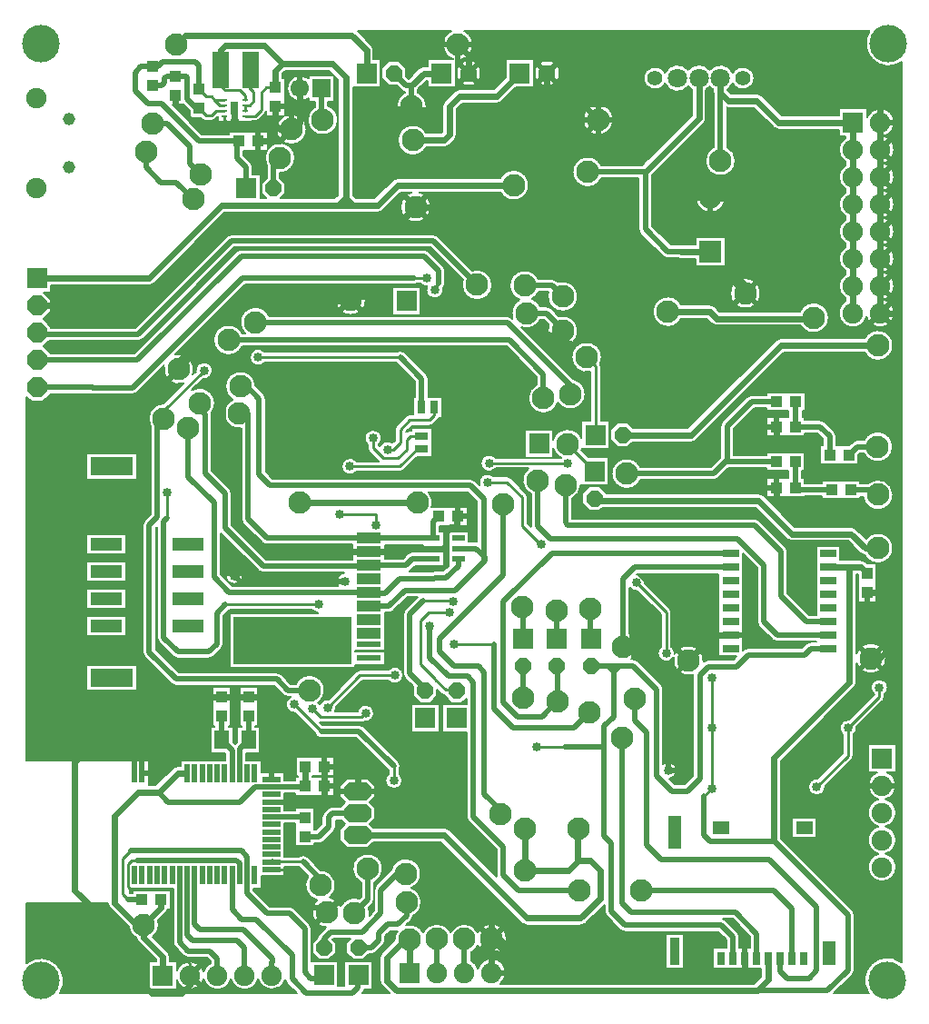
<source format=gbr>
%FSLAX35Y35*%
%MOMM*%
G04 EasyPC Gerber Version 18.0.9 Build 3640 *
%AMT19*0 Octagon Pad at angle 0*4,1,8,-0.31560,-0.76200,0.31560,-0.76200,0.76200,-0.31560,0.76200,0.31560,0.31560,0.76200,-0.31560,0.76200,-0.76200,0.31560,-0.76200,-0.31560,-0.31560,-0.76200,0*%
%ADD19T19*%
%AMT22*0 Octagon Pad at angle 0*4,1,8,-0.39350,-0.95000,0.39350,-0.95000,0.95000,-0.39350,0.95000,0.39350,0.39350,0.95000,-0.39350,0.95000,-0.95000,0.39350,-0.95000,-0.39350,-0.39350,-0.95000,0*%
%ADD22T22*%
%AMT85*0 Chamfered Rectangle Pad at angle 90*4,1,8,1.30000,-0.35000,1.30000,0.35000,0.80000,0.85000,-0.80000,0.85000,-1.30000,0.35000,-1.30000,-0.35000,-0.80000,-0.85000,0.80000,-0.85000,1.30000,-0.35000,0*%
%ADD85T85*%
%ADD82R,0.52000X0.28000*%
%ADD79R,0.50000X1.70000*%
%ADD80R,1.70000X0.50000*%
%ADD24R,2.30000X0.50000*%
%ADD28R,1.20000X0.60000*%
%ADD83R,0.70000X1.30000*%
%ADD86R,0.80000X1.20000*%
%ADD72R,0.80000X1.24000*%
%ADD29R,1.52000X0.65000*%
%ADD87R,1.20000X0.80000*%
%ADD73R,0.95000X2.50000*%
%ADD77R,1.00000X1.09000*%
%ADD78R,1.09000X1.00000*%
%ADD23R,2.30000X1.00000*%
%ADD75R,1.50000X1.15000*%
%ADD76R,1.15000X2.20000*%
%ADD26R,3.00000X1.20000*%
%ADD74R,1.30000X3.04000*%
%ADD81R,1.40000X1.75000*%
%ADD84R,1.50000X3.40000*%
%ADD17R,1.70000X1.70000*%
%ADD18R,1.90000X1.90000*%
%ADD70R,2.00000X2.00000*%
%ADD10C,0.12700*%
%ADD90C,0.26000*%
%ADD11C,0.50000*%
%ADD89C,0.60000*%
%ADD88C,0.85000*%
%ADD15C,1.15000*%
%ADD21C,1.40000*%
%ADD16C,1.70000*%
%ADD20C,1.80000*%
%ADD14C,1.90000*%
%ADD71C,2.00000*%
%ADD12C,2.10000*%
%ADD13C,3.50000*%
%ADD27R,4.00000X1.70000*%
%ADD25R,11.00000X4.40000*%
X0Y0D02*
D02*
D10*
X146090Y989050D02*
Y427470D01*
G75*
G02X454930Y146040I132880J-164350*
G01*
X2665280*
X2575390Y235930*
G75*
G02X2556940Y272690I46220J46210*
G01*
G75*
G02X2305200Y280320I-124740J41150*
G01*
G75*
G02X2051200I-127000J33520*
G01*
G75*
G02X1797200I-127000J33520*
G01*
G75*
G02X1547590Y266730I-127000J33520*
G01*
Y182490*
X1284890*
Y445190*
X1349850*
Y458340*
X1189390Y618790*
G75*
G02X1170110Y661280I46920J46910*
G01*
G75*
G02X1096460Y765610I66200J124890*
G01*
X919940Y942130*
G75*
G02X900510Y989050I46920J46910*
G01*
X146090*
G36*
Y427470*
G75*
G02X454930Y146040I132880J-164350*
G01*
X2665280*
X2575390Y235930*
G75*
G02X2556940Y272690I46220J46210*
G01*
G75*
G02X2305200Y280320I-124740J41150*
G01*
G75*
G02X2051200I-127000J33520*
G01*
G75*
G02X1797200I-127000J33520*
G01*
G75*
G02X1547590Y266730I-127000J33520*
G01*
Y182490*
X1284890*
Y445190*
X1349850*
Y458340*
X1189390Y618790*
G75*
G02X1170110Y661280I46920J46910*
G01*
G75*
G02X1096460Y765610I66200J124890*
G01*
X919940Y942130*
G75*
G02X900510Y989050I46920J46910*
G01*
X146090*
G37*
Y2314110D02*
X1090690D01*
Y2317240*
X1283390*
Y2085650*
X1345820*
X1503570Y2243400*
G75*
G02X1553310Y2264000I49740J-49740*
G01*
X1580690*
Y2317240*
X2000720*
Y2383640*
X1857690*
Y2631340*
X1898690*
Y2638390*
X1879090*
Y2997890*
X2051790*
Y2638390*
X2029390*
Y2631340*
X2070390*
Y2487890*
X2089040Y2469240*
X2107690Y2487890*
Y2631340*
X2148690*
Y2641540*
X2129490*
Y3001040*
X2302190*
Y2641540*
X2279390*
Y2631340*
X2320390*
Y2383640*
X2193420*
Y2317240*
X2333390*
Y2202240*
X2548390*
Y2132200*
X2651090*
Y2162740*
X2671570*
Y2173840*
X2654240*
Y2346540*
X3013740*
Y2173840*
X2812270*
Y2162740*
X3010590*
Y1990040*
X2651090*
Y2009500*
X2548390*
Y1852200*
X2652540*
Y1875740*
X2825240*
Y1672410*
X2844820*
X2898610Y1726200*
Y1787890*
G75*
G02X2917750Y1834100I65350*
G01*
X2952620Y1868970*
G75*
G02X2998830Y1888110I46210J-46210*
G01*
X3076030*
X3115460Y1927540*
X3063900Y1979100*
Y2079180*
X3135210Y2150490*
X3325290*
X3396600Y2079180*
Y1979100*
X3345040Y1927540*
X3396600Y1875980*
Y1775900*
X3345040Y1724340*
X3376290Y1693090*
X4035730*
G75*
G02X4085480Y1672490I10J-70350*
G01*
X4526390Y1231570*
G75*
G02X4524820Y1245820I63760J14240*
G01*
Y1485030*
X4265000Y1744850*
G75*
G02X4245860Y1791060I46210J46210*
G01*
Y2578840*
X4024890*
Y2841540*
X4245860*
Y2894610*
X4202860Y2851610*
X4109660*
X4043710Y2917560*
Y2920660*
G75*
G02X4012950Y2936350I7560J52810*
G01*
X3974000Y2976560*
Y2917560*
X3908050Y2851610*
X3814850*
X3748900Y2917560*
Y3008390*
X3675020Y3082240*
G75*
G02X3657040Y3125630I43370J43390*
G01*
Y3680380*
G75*
G02X3675010Y3723770I61350J10*
G01*
X3792170Y3840890*
X3696280*
X3565410Y3710050*
G75*
G02X3522030Y3692090I-43370J43390*
G01*
X3489390*
Y3338090*
X3209390*
Y3330790*
X3489390*
Y3208090*
X3209390*
Y3178090*
X2036690*
Y3690790*
X2859990*
G75*
G02X2807360Y3719790I8870J78350*
G01*
X2037690*
X1979210Y3661310*
Y3401420*
G75*
G02X1961240Y3358040I-61350*
G01*
X1888330Y3285130*
G75*
G02X1844950Y3267160I-43380J43380*
G01*
X1556480*
G75*
G02X1513100Y3285130J61350*
G01*
X1379960Y3418270*
G75*
G02X1361990Y3461650I43380J43380*
G01*
Y4495950*
X1351550Y4485510*
Y3347580*
X1562870Y3136260*
X2475780*
G75*
G02X2519160Y3118290J-61350*
G01*
X2605800Y3031650*
X2655930*
G75*
G02X2924620Y2970300I127340J-61350*
G01*
G75*
G02X2864580Y2854680I-141350*
G01*
G75*
G02X2877740Y2837080I-55950J-55560*
G01*
G75*
G02X2959870Y2887010I73540J-28450*
G01*
X3217530Y3144680*
G75*
G02X3252430Y3159130I34890J-34900*
G01*
X3517440*
G75*
G02X3657790Y3109780I61500J-49350*
G01*
G75*
G02X3517440Y3060430I-78850*
G01*
X3272870*
X3029660Y2817220*
G75*
G02X3023240Y2776390I-78380J-8600*
G01*
X3229670*
G75*
G02X3385170Y2757910I76650J-18480*
G01*
G75*
G02X3298970Y2679400I-78850*
G01*
G75*
G02X3268280Y2669690I-30690J43630*
G01*
X2884710*
G75*
G02X2877370Y2670200I20J53390*
G01*
X2899490Y2648080*
X3246090*
G75*
G02X3289470Y2630110J-61350*
G01*
X3612810Y2306770*
G75*
G02X3618780Y2226940I-43380J-43380*
G01*
Y2191750*
G75*
G02X3648280Y2130250I-49350J-61500*
G01*
G75*
G02X3490580I-78850*
G01*
G75*
G02X3520080Y2191750I78850*
G01*
Y2225980*
X3220680Y2525380*
X2891050*
G75*
G02X2830380Y2577610J61350*
G01*
X2649210Y2758780*
G75*
G02X2608010Y2908950I-8590J78380*
G01*
X2580390*
G75*
G02X2537010Y2926920J61350*
G01*
X2450370Y3013560*
X1537460*
G75*
G02X1494080Y3031530J61350*
G01*
X1246820Y3278790*
G75*
G02X1228850Y3322170I43380J43380*
G01*
Y4510920*
G75*
G02X1246820Y4554300I61350*
G01*
X1301760Y4609240*
Y5431030*
G75*
G02X1425150Y5644470I121580J72100*
G01*
X1610330Y5829650*
G75*
G02X1425820Y5997590I-47510J133130*
G01*
X1173280Y5745050*
G75*
G02X1129900Y5727080I-43380J43380*
G01*
X762490*
G75*
G02X738840Y5731820J61360*
G01*
X368490*
X298490Y5661820*
X189710*
X146090Y5705440*
Y2314110*
X1074390Y3472940D02*
X701690D01*
Y3665640*
X1074390*
Y3472940*
Y3726940D02*
X701690D01*
Y3919640*
X1074390*
Y3726940*
Y3980940D02*
X701690D01*
Y4173640*
X1074390*
Y3980940*
Y4234940D02*
X701690D01*
Y4427640*
X1074390*
Y4234940*
X1174390Y2964940D02*
X701690D01*
Y3207640*
X1174390*
Y2964940*
Y4934940D02*
X701690D01*
Y5177640*
X1174390*
Y4934940*
X3992790Y2578840D02*
X3730090D01*
Y2841540*
X3992790*
Y2578840*
X146090Y3569290D02*
G36*
Y3086290D01*
X701690*
Y3207640*
X1174390*
Y3086290*
X1439320*
X1246820Y3278790*
G75*
G02X1228850Y3322170I43380J43380*
G01*
Y3569290*
X1074390*
Y3472940*
X701690*
Y3569290*
X146090*
G37*
X701690D02*
G36*
Y3665640D01*
X1074390*
Y3569290*
X1228850*
Y3823290*
X1074390*
Y3726940*
X701690*
Y3823290*
X146090*
Y3569290*
X701690*
G37*
Y3823290D02*
G36*
Y3919640D01*
X1074390*
Y3823290*
X1228850*
Y4077290*
X1074390*
Y3980940*
X701690*
Y4077290*
X146090*
Y3823290*
X701690*
G37*
Y4077290D02*
G36*
Y4173640D01*
X1074390*
Y4077290*
X1228850*
Y4331290*
X1074390*
Y4234940*
X701690*
Y4331290*
X146090*
Y4077290*
X701690*
G37*
Y4331290D02*
G36*
Y4427640D01*
X1074390*
Y4331290*
X1228850*
Y4510920*
G75*
G02X1246820Y4554300I61350*
G01*
X1301760Y4609240*
Y5056290*
X1174390*
Y4934940*
X701690*
Y5056290*
X146090*
Y4331290*
X701690*
G37*
X146090Y3086290D02*
G36*
Y2314110D01*
X1090690*
Y2317240*
X1283390*
Y2085650*
X1345820*
X1503570Y2243400*
G75*
G02X1553310Y2264000I49740J-49740*
G01*
X1580690*
Y2317240*
X2000720*
Y2383640*
X1857690*
Y2631340*
X1898690*
Y2638390*
X1879090*
Y2997890*
X2051790*
Y2638390*
X2029390*
Y2631340*
X2070390*
Y2487890*
X2089040Y2469240*
X2107690Y2487890*
Y2631340*
X2148690*
Y2641540*
X2129490*
Y3001040*
X2302190*
Y2641540*
X2279390*
Y2631340*
X2320390*
Y2383640*
X2193420*
Y2317240*
X2333390*
Y2202240*
X2548390*
Y2132200*
X2651090*
Y2162740*
X2671570*
Y2173840*
X2654240*
Y2346540*
X3013740*
Y2173840*
X2812270*
Y2162740*
X3010590*
Y1990040*
X2651090*
Y2009500*
X2548390*
Y1852200*
X2652540*
Y1875740*
X2825240*
Y1672410*
X2844820*
X2898610Y1726200*
Y1787890*
G75*
G02X2917750Y1834100I65350*
G01*
X2952620Y1868970*
G75*
G02X2998830Y1888110I46210J-46210*
G01*
X3076030*
X3115460Y1927540*
X3063900Y1979100*
Y2079180*
X3135210Y2150490*
X3325290*
X3396600Y2079180*
Y1979100*
X3345040Y1927540*
X3396600Y1875980*
Y1775900*
X3345040Y1724340*
X3376290Y1693090*
X4035730*
G75*
G02X4085480Y1672490I10J-70350*
G01*
X4526390Y1231570*
G75*
G02X4524820Y1245820I63760J14240*
G01*
Y1485030*
X4265000Y1744850*
G75*
G02X4245860Y1791060I46210J46210*
G01*
Y2578840*
X4024890*
Y2710190*
X3992790*
Y2578840*
X3730090*
Y2710190*
X3369090*
G75*
G02X3298970Y2679400I-62770J47720*
G01*
G75*
G02X3268280Y2669690I-30690J43630*
G01*
X2884710*
G75*
G02X2877370Y2670200I20J53390*
G01*
X2899490Y2648080*
X3246090*
G75*
G02X3289470Y2630110J-61350*
G01*
X3612810Y2306770*
G75*
G02X3618780Y2226940I-43380J-43380*
G01*
Y2191750*
G75*
G02X3648280Y2130250I-49350J-61500*
G01*
G75*
G02X3490580I-78850*
G01*
G75*
G02X3520080Y2191750I78850*
G01*
Y2225980*
X3220680Y2525380*
X2891050*
G75*
G02X2830380Y2577610J61350*
G01*
X2649210Y2758780*
G75*
G02X2608010Y2908950I-8590J78380*
G01*
X2580390*
G75*
G02X2537010Y2926920J61350*
G01*
X2450370Y3013560*
X1537460*
G75*
G02X1494080Y3031530J61350*
G01*
X1439320Y3086290*
X1174390*
Y2964940*
X701690*
Y3086290*
X146090*
G37*
X701690Y5056290D02*
G36*
Y5177640D01*
X1174390*
Y5056290*
X1301760*
Y5431030*
G75*
G02X1425150Y5644470I121580J72100*
G01*
X1610330Y5829650*
G75*
G02X1425820Y5997590I-47510J133130*
G01*
X1173280Y5745050*
G75*
G02X1129900Y5727080I-43380J43380*
G01*
X762490*
G75*
G02X738840Y5731820J61360*
G01*
X368490*
X298490Y5661820*
X189710*
X146090Y5705440*
Y5056290*
X701690*
G37*
X3730090Y2710190D02*
G36*
Y2841540D01*
X3992790*
Y2710190*
X4024890*
Y2841540*
X4245860*
Y2894610*
X4202860Y2851610*
X4109660*
X4043710Y2917560*
Y2920660*
G75*
G02X4012950Y2936350I7560J52810*
G01*
X3974000Y2976560*
Y2917560*
X3908050Y2851610*
X3814850*
X3748900Y2917560*
Y3008390*
X3675020Y3082240*
G75*
G02X3657040Y3125630I43370J43390*
G01*
Y3680380*
G75*
G02X3675010Y3723770I61350J10*
G01*
X3792170Y3840890*
X3696280*
X3565410Y3710050*
G75*
G02X3522030Y3692090I-43370J43390*
G01*
X3489390*
Y3338090*
X3209390*
Y3330790*
X3489390*
Y3208090*
X3209390*
Y3178090*
X2036690*
Y3690790*
X2859990*
G75*
G02X2807360Y3719790I8870J78350*
G01*
X2037690*
X1979210Y3661310*
Y3401420*
G75*
G02X1961240Y3358040I-61350*
G01*
X1888330Y3285130*
G75*
G02X1844950Y3267160I-43380J43380*
G01*
X1556480*
G75*
G02X1513100Y3285130J61350*
G01*
X1379960Y3418270*
G75*
G02X1361990Y3461650I43380J43380*
G01*
Y4495950*
X1351550Y4485510*
Y3347580*
X1562870Y3136260*
X2475780*
G75*
G02X2519160Y3118290J-61350*
G01*
X2605800Y3031650*
X2655930*
G75*
G02X2924620Y2970300I127340J-61350*
G01*
G75*
G02X2864580Y2854680I-141350*
G01*
G75*
G02X2877740Y2837080I-55950J-55560*
G01*
G75*
G02X2959870Y2887010I73540J-28450*
G01*
X3217530Y3144680*
G75*
G02X3252430Y3159130I34890J-34900*
G01*
X3517440*
G75*
G02X3657790Y3109780I61500J-49350*
G01*
G75*
G02X3517440Y3060430I-78850*
G01*
X3272870*
X3029660Y2817220*
G75*
G02X3023240Y2776390I-78380J-8600*
G01*
X3229670*
G75*
G02X3385170Y2757910I76650J-18480*
G01*
G75*
G02X3369090Y2710190I-78850*
G01*
X3730090*
G37*
X302840Y6174170D02*
X368490Y6108520D01*
X1150550*
X2102750Y7060720*
G75*
G02X2146130Y7078690I43380J-43380*
G01*
X3848590*
G75*
G02X3891970Y7060720J-61350*
G01*
X4031670Y6921020*
G75*
G02X4049640Y6877640I-43380J-43380*
G01*
Y6763340*
G75*
G02X4027370Y6716050I-61340*
G01*
G75*
G02X4029050Y6699840I-77200J-16190*
G01*
G75*
G02X3871330I-78860*
G01*
G75*
G02X3879780Y6735350I78870J-10*
G01*
G75*
G02X3815290Y6764790I-2990J78800*
G01*
X3796140*
G75*
G02X3759690Y6752790I-36450J49350*
G01*
X2181020*
X1528010Y6099780*
G75*
G02X1695950Y5915270I34810J-137000*
G01*
X1722190Y5941510*
G75*
G02X1721720Y5950100I78380J8600*
G01*
G75*
G02X1879420I78850*
G01*
G75*
G02X1791980Y5871720I-78850*
G01*
X1688130Y5767870*
G75*
G02X1866890Y5554040I71230J-122090*
G01*
G75*
G02X1868260Y5541170I-59980J-12890*
G01*
Y5018170*
X2040490Y4845940*
G75*
G02X2058460Y4802560I-43380J-43380*
G01*
Y4507800*
X2377560Y4188700*
X3186690*
Y4327090*
X2385870*
G75*
G02X2342490Y4345060J61350*
G01*
X2166110Y4521430*
G75*
G02X2148140Y4564810I43380J43380*
G01*
Y5410740*
G75*
G02X2068740Y5678900I-19910J139940*
G01*
G75*
G02X1998410Y5801110I71020J122210*
G01*
G75*
G02X2280990Y5806870I141350*
G01*
X2357490Y5730370*
G75*
G02X2375460Y5686990I-43380J-43380*
G01*
Y5005490*
X2440960Y4939990*
X4282680*
G75*
G02X4326060Y4922020J-61350*
G01*
X4368630Y4879450*
G75*
G02X4499240Y4963690I72550J30890*
G01*
X4625040*
G75*
G02X4662770Y4948060J-53350*
G01*
X4802220Y4808580*
G75*
G02X4817840Y4770860I-37730J-37720*
G01*
Y4526680*
X4849300Y4495220*
G75*
G02X4848990Y4501410I61070J6160*
G01*
Y4798850*
G75*
G02X4824530Y5038510I61350J127340*
G01*
X4518530*
G75*
G02X4378180Y5087860I-61500J49350*
G01*
G75*
G02X4518530Y5137210I78850*
G01*
X5129700*
G75*
G02X5054390Y5223200I59600J128170*
G01*
Y5137240*
X4791690*
Y5399940*
X5054390*
Y5307560*
G75*
G02X5317690Y5324510I134910J-42180*
G01*
Y5482340*
X5399690*
Y5936260*
G75*
G02X5225470Y6073730I-32870J137470*
G01*
G75*
G02X5508170I141350*
G01*
G75*
G02X5493960Y6011950I-141360J-10*
G01*
G75*
G02X5498390Y5991510I-44910J-20430*
G01*
Y5482340*
X5580390*
Y5219640*
X5323040*
G75*
G02X5319330Y5209950I-133700J45640*
G01*
X5385060Y5143340*
X5571090*
Y4880640*
X5311560*
G75*
G02X5231630Y4757640I-141280J4340*
G01*
Y4572270*
X6929630*
G75*
G02X6973010Y4554300J-61350*
G01*
X7223440Y4303870*
G75*
G02X7241410Y4260490I-43380J-43380*
G01*
Y3873800*
X7443220Y3671990*
X7505890*
Y4314190*
X7730590*
Y4184690*
X7802340*
G75*
G02X7832120I14890J-66360*
G01*
X7924650*
G75*
G02X7971570Y4165260I10J-66350*
G01*
X7985080Y4151740*
X8068390*
Y3792240*
X7895690*
Y4051990*
X7883540*
Y3315020*
G75*
G02X8158290Y3268280I133400J-46740*
G01*
G75*
G02X7883540Y3221540I-141350*
G01*
Y3046380*
G75*
G02X7864110Y2999460I-66360*
G01*
X7176640Y2311990*
Y1592220*
G75*
G02X7178730Y1587520I-59860J-29440*
G01*
X7847970Y918310*
G75*
G02X7865940Y874930I-43380J-43380*
G01*
Y364560*
G75*
G02X7847970Y321170I-61350J-10*
G01*
X7672800Y146040*
X7998070*
G75*
G02X8301990Y434240I171570J123420*
G01*
Y8824710*
G75*
G02X8004000Y9112840I-120210J173840*
G01*
X4228150*
G75*
G02X4145040Y8846070I-62060J-127000*
G01*
Y8587790*
X3882340*
Y8652790*
X3876070*
X3795640Y8572360*
Y8541680*
G75*
G02X3875640Y8414340I-61350J-127340*
G01*
G75*
G02X3592940I-141350*
G01*
G75*
G02X3672940Y8541680I141350*
G01*
Y8544400*
G75*
G02X3640110Y8561460I10560J60440*
G01*
X3594980Y8606590*
X3522590*
X3456640Y8672540*
Y8765740*
X3522590Y8831690*
X3615790*
X3681740Y8765740*
Y8693350*
X3705350Y8669740*
X3801670Y8766060*
G75*
G02X3848590Y8785490I46910J-46920*
G01*
X3882340*
Y8850490*
X4125340*
G75*
G02X4104040Y9112840I40750J135350*
G01*
X3231220*
X3362110Y8981960*
G75*
G02X3381540Y8935040I-46920J-46910*
G01*
Y8850490*
X3446540*
Y8587790*
X3189640*
Y7585390*
X3219860Y7553590*
X3389310*
X3560370Y7724660*
G75*
G02X3607290Y7744090I46910J-46920*
G01*
X4561980*
G75*
G02X4828140Y7677740I124810J-66350*
G01*
G75*
G02X4561980Y7611390I-141350*
G01*
X3807770*
G75*
G02X3913740Y7474540I-35380J-136850*
G01*
G75*
G02X3631040I-141350*
G01*
G75*
G02X3737010Y7611390I141350*
G01*
X3634770*
X3463710Y7440320*
G75*
G02X3416790Y7420890I-46910J46920*
G01*
X3209240*
G75*
G02X3162480I-23380J66340*
G01*
X3134180*
G75*
G02X3104400I-14890J66360*
G01*
X3072930*
G75*
G02X3026170I-23380J66340*
G01*
X1992580*
X1333950Y6762250*
G75*
G02X1287030Y6742820I-46910J46920*
G01*
X375490*
Y6677840*
X307170*
X375450Y6609560*
Y6500780*
X302840Y6428170*
X375450Y6355560*
Y6349820*
X1163250*
X2013850Y7200420*
G75*
G02X2057230Y7218390I43380J-43380*
G01*
X3937980*
G75*
G02X3981360Y7200420J-61350*
G01*
X4299420Y6882370*
G75*
G02X4487430Y6748940I46660J-133430*
G01*
G75*
G02X4204730I-141350*
G01*
G75*
G02X4212650Y6795600I141330J10*
G01*
X3912570Y7095690*
X2082640*
X1232040Y6245090*
G75*
G02X1188660Y6227120I-43380J43380*
G01*
X355790*
X302840Y6174170*
X2156150Y6174050D02*
G75*
G02X1887460Y6235400I-127340J61350D01*
G01*
G75*
G02X2156150Y6296750I141350*
G01*
X2182960*
G75*
G02X2137890Y6400240I96280J103490*
G01*
G75*
G02X2409450Y6455250I141350*
G01*
X4631380*
G75*
G02X4674760Y6437280J-61350*
G01*
X4676980Y6435060*
G75*
G02X4741180Y6609900I131910J50770*
G01*
G75*
G02X4648530Y6742600I48700J132700*
G01*
G75*
G02X4917220Y6803950I141350*
G01*
X5043480*
G75*
G02X5086860Y6785980J-61350*
G01*
X5098260Y6774590*
G75*
G02X5286270Y6641160I46660J-133430*
G01*
G75*
G02X5003570I-141350*
G01*
G75*
G02X5009370Y6681250I141340J20*
G01*
X4917220*
G75*
G02X4857600Y6618530I-127330J61340*
G01*
G75*
G02X4936240Y6547180I-48700J-132690*
G01*
X4992760*
G75*
G02X5036140Y6529210J-61350*
G01*
X5107940Y6457420*
G75*
G02X5286270Y6320990I36980J-136430*
G01*
G75*
G02X5003570I-141350*
G01*
G75*
G02X5015050Y6376780I141350J-10*
G01*
X4967350Y6424480*
X4936240*
G75*
G02X4758130Y6353910I-127340J61350*
G01*
X5241990Y5870050*
G75*
G02X5356010Y5731370I-27330J-138680*
G01*
G75*
G02X5098780Y5650430I-141350*
G01*
G75*
G02X4822880Y5693740I-134550J43310*
G01*
G75*
G02X4902880Y5821080I141350*
G01*
Y5888990*
X4617820Y6174050*
X2156150*
X2366100Y6024380D02*
G75*
G02X2225750Y6073730I-61500J49350D01*
G01*
G75*
G02X2366100Y6123080I78850*
G01*
X3593210*
G75*
G02X3673040Y6117110I36450J-49350*
G01*
X3872750Y5917400*
G75*
G02X3890720Y5874020I-43380J-43380*
G01*
Y5704090*
X4019590*
Y5511390*
X3992840*
G75*
G02X3981210Y5493940I-49340J20280*
G01*
X3936830Y5449560*
G75*
G02X3899110Y5433930I-37730J37720*
G01*
X3740520*
X3686180Y5379590*
Y5378190*
G75*
G02X3721590Y5391640I35420J-39900*
G01*
X3732990*
Y5417540*
X3925690*
Y5144840*
X3781790*
X3658220Y5021260*
G75*
G02X3623320Y5006810I-34890J34900*
G01*
X3222000*
G75*
G02X3081650Y5056160I-61500J49350*
G01*
G75*
G02X3222000Y5105510I78850*
G01*
X3425610*
X3338340Y5192790*
G75*
G02X3322710Y5230510I37720J37730*
G01*
Y5261210*
G75*
G02X3297210Y5319270I53350J58060*
G01*
G75*
G02X3454910I78850*
G01*
G75*
G02X3429410Y5261210I-78850*
G01*
Y5252610*
X3437570Y5244450*
G75*
G02X3555000Y5275680I71630J-32960*
G01*
X3579480Y5300160*
Y5401690*
G75*
G02X3595110Y5439410I53350J-10*
G01*
X3680700Y5525000*
G75*
G02X3718420Y5540630I37730J-37720*
G01*
X3746890*
Y5704090*
X3768020*
Y5848610*
X3592250Y6024380*
X2366100*
X3025490Y6609460D02*
G75*
G02X3308190I141350D01*
G01*
G75*
G02X3025490I-141350*
G01*
X3558540Y6465440D02*
Y6728140D01*
X3821240*
Y6465440*
X3558540*
X3871800Y8030490D02*
G75*
G02X3605640Y8096840I-124810J66350D01*
G01*
G75*
G02X3871800Y8163190I141350*
G01*
X4011610*
X4023540Y8175120*
Y8414340*
G75*
G02X4042970Y8461260I66350J10*
G01*
X4131870Y8550160*
G75*
G02X4178790Y8569590I46910J-46920*
G01*
X4500560*
X4612590Y8681620*
Y8850490*
X4875290*
Y8587790*
X4706420*
X4574960Y8456320*
G75*
G02X4528040Y8436890I-46910J46920*
G01*
X4206270*
X4156240Y8386860*
Y8147640*
G75*
G02X4136810Y8100720I-66350J-10*
G01*
X4086010Y8049920*
G75*
G02X4039090Y8030490I-46910J46920*
G01*
X3871800*
X4221090Y8606590D02*
X4155140Y8672540D01*
Y8765740*
X4221090Y8831690*
X4314290*
X4380240Y8765740*
Y8672540*
X4314290Y8606590*
X4221090*
X4951340D02*
X4885390Y8672540D01*
Y8765740*
X4951340Y8831690*
X5044540*
X5110490Y8765740*
Y8672540*
X5044540Y8606590*
X4951340*
X5332840Y8287340D02*
G75*
G02X5615540I141350D01*
G01*
G75*
G02X5332840I-141350*
G01*
X5503670Y7740030D02*
G75*
G02X5234980Y7801380I-127340J61350D01*
G01*
G75*
G02X5503670Y7862730I141350*
G01*
X5882850*
X5937450Y7917330*
G75*
G02X5958500Y7938380I57430J-36380*
G01*
X6347640Y8327520*
Y8567160*
G75*
G02X6313990Y8597460I66350J107530*
G01*
G75*
G02X6097910Y8624790I-100000J77230*
G01*
G75*
G02X5897640Y8674690I-93920J49900*
G01*
G75*
G02X6097910Y8724590I106350*
G01*
G75*
G02X6313990Y8751920I116080J-49900*
G01*
G75*
G02X6513990I100000J-77230*
G01*
G75*
G02X6730070Y8724590I100000J-77230*
G01*
G75*
G02X6930340Y8674690I93920J-49900*
G01*
G75*
G02X6730070Y8624790I-106350*
G01*
G75*
G02X6680340Y8567160I-116080J49890*
G01*
Y8565670*
X6714520Y8531490*
X6953740*
G75*
G02X7000660Y8512060I10J-66350*
G01*
X7184420Y8328290*
X7717740*
Y8393290*
X7980440*
Y8308950*
G75*
G02X8103090Y8393290I122650J-47010*
G01*
G75*
G02X8136610Y8134940J-131350*
G01*
G75*
G02Y7880940I-33520J-127000*
G01*
G75*
G02Y7626940I-33520J-127000*
G01*
G75*
G02Y7372940I-33520J-127000*
G01*
G75*
G02Y7118940I-33520J-127000*
G01*
G75*
G02Y6864940I-33520J-127000*
G01*
G75*
G02Y6610940I-33520J-127000*
G01*
G75*
G02X8103090Y6352590I-33520J-127000*
G01*
G75*
G02X7976090Y6450420J131350*
G01*
G75*
G02X7849090Y6352590I-127000J33520*
G01*
G75*
G02X7782740Y6597300J131350*
G01*
Y6624580*
G75*
G02Y6851300I66350J113360*
G01*
Y6878580*
G75*
G02Y7105300I66350J113360*
G01*
Y7132580*
G75*
G02Y7359300I66350J113360*
G01*
Y7386580*
G75*
G02Y7613300I66350J113360*
G01*
Y7640580*
G75*
G02Y7867300I66350J113360*
G01*
Y7894580*
G75*
G02Y8121300I66350J113360*
G01*
Y8130590*
X7717740*
Y8195590*
X7156940*
G75*
G02X7110020Y8215020I-10J66350*
G01*
X6926260Y8398790*
X6687040*
G75*
G02X6675340Y8399830J66350*
G01*
Y8033680*
G75*
G02X6755340Y7906340I-61350J-127340*
G01*
G75*
G02X6472640I-141350*
G01*
G75*
G02X6552640Y8033680I141350*
G01*
Y8512920*
G75*
G02X6547640Y8538190I61360J25270*
G01*
Y8567160*
G75*
G02X6513990Y8597460I66350J107530*
G01*
G75*
G02X6480340Y8567160I-100000J77230*
G01*
Y8300040*
G75*
G02X6460910Y8253120I-66350J-10*
G01*
X6052330Y7844550*
G75*
G02X6031280Y7823500I-57430J36380*
G01*
X5980580Y7772800*
Y7295890*
X6151680Y7124790*
X6233410*
G75*
G02X6244890Y7125790I11480J-65370*
G01*
X6385590*
Y7195790*
X6658290*
Y6923090*
X6385590*
Y6993090*
X6244890*
G75*
G02X6233410Y6994090J66370*
G01*
X6124610*
G75*
G02X6078400Y7013230J65350*
G01*
X5869020Y7222610*
G75*
G02X5849880Y7268820I46210J46210*
G01*
Y7740030*
X5503670*
X5513710Y4672810D02*
X5486330Y4645430D01*
X5393130*
X5327180Y4711380*
Y4804580*
X5393130Y4870530*
X5486330*
X5551350Y4805510*
X6967670*
G75*
G02X7014590Y4786080I10J-66350*
G01*
X7305810Y4494850*
X7829910*
G75*
G02X7876830Y4475420I10J-66350*
G01*
X7971140Y4381110*
G75*
G02X8224860Y4295360I112370J-85750*
G01*
G75*
G02X7958620Y4229160I-141350*
G01*
G75*
G02X7916130Y4248440I4420J66200*
G01*
X7802430Y4362150*
X7278330*
G75*
G02X7231410Y4381580I-10J66350*
G01*
X6940190Y4672810*
X5513710*
X5789510Y5278290D02*
X5749640Y5238420D01*
X5656440*
X5590490Y5304370*
Y5397570*
X5656440Y5463520*
X5749640*
X5802170Y5410990*
X6309360*
X7129970Y6231560*
G75*
G02X7176890Y6250990I46920J-46930*
G01*
X7958680*
G75*
G02X8224860Y6184680I124830J-66310*
G01*
G75*
G02X7958720Y6118290I-141350*
G01*
X7204370*
X6383760Y5297720*
G75*
G02X6336840Y5278290I-46910J46920*
G01*
X5789510*
X5868220Y4928240D02*
G75*
G02X5599530Y4989590I-127340J61350D01*
G01*
G75*
G02X5868220Y5050940I141350*
G01*
X6526990*
X6610480Y5134430*
G75*
G02X6614640Y5140180I52910J-33900*
G01*
Y5430220*
G75*
G02X6632610Y5473610I61350J10*
G01*
X6860890Y5701830*
G75*
G02X6904270Y5719790I43370J-43390*
G01*
X7044690*
Y5744840*
X7404190*
Y5572140*
X7378690*
Y5513440*
X7400990*
Y5488400*
X7541440*
G75*
G02X7584820Y5470430J-61350*
G01*
X7676610Y5378640*
G75*
G02X7694580Y5335260I-43380J-43380*
G01*
Y5250290*
X7810620*
X7843730Y5283400*
G75*
G02X7887110Y5301370I43380J-43380*
G01*
X7953000*
G75*
G02X8221690Y5240020I127340J-61350*
G01*
G75*
G02X7953000Y5178670I-141350*
G01*
X7912520*
X7901890Y5168040*
Y5077590*
X7542390*
Y5250290*
X7571880*
Y5309850*
X7516030Y5365700*
X7400990*
Y5340740*
X7041490*
Y5513440*
X7247990*
Y5572140*
X7044690*
Y5597090*
X6929680*
X6737340Y5404800*
Y5161890*
X7041490*
Y5186890*
X7400990*
Y5014190*
X7371520*
Y4945940*
X7400990*
Y4898780*
X7558190*
Y4923740*
X7917690*
Y4902780*
X7994410*
G75*
G02X8224860Y4793050I89100J-109730*
G01*
G75*
G02X7943720Y4772080I-141350*
G01*
X7917690*
Y4751040*
X7558190*
Y4776080*
X7400990*
Y4773240*
X7041490*
Y4945940*
X7248820*
Y5014190*
X7041490*
Y5039190*
X6688760*
X6595780Y4946210*
G75*
G02X6552400Y4928240I-43380J43380*
G01*
X5868220*
X6249240Y6564890D02*
X6514360D01*
G75*
G02X6561280Y6545460I10J-66350*
G01*
X6605240Y6501490*
X7356420*
G75*
G02X7625730Y6441450I127960J-60040*
G01*
G75*
G02X7363140Y6368790I-141350*
G01*
X6577760*
G75*
G02X6530840Y6388220I-10J66350*
G01*
X6486880Y6432190*
X6249280*
G75*
G02X5983100Y6498510I-124830J66320*
G01*
G75*
G02X6249240Y6564890I141350*
G01*
X6658290Y7559440D02*
G75*
G02X6385590I-136350D01*
G01*
G75*
G02X6658290I136350*
G01*
X6705860Y6669690D02*
G75*
G02X6988560I141350D01*
G01*
G75*
G02X6705860I-141350*
G01*
X7506990Y1593240D02*
X7284290D01*
Y1780940*
X7506990*
Y1593240*
X7521500Y2148400D02*
X7755200Y2382100D01*
Y2556930*
G75*
G02X7813140Y2696810I49350J61500*
G01*
X8046840Y2930510*
Y2934160*
G75*
G02X8017340Y2995660I49350J61500*
G01*
G75*
G02X8175040I78850*
G01*
G75*
G02X8145540Y2934160I-78850*
G01*
Y2910070*
G75*
G02X8131090Y2875170I-49350J-10*
G01*
X7882930Y2627020*
G75*
G02X7853900Y2556930I-78380J-8590*
G01*
Y2361660*
G75*
G02X7839450Y2326760I-49350J-10*
G01*
X7591290Y2078610*
G75*
G02X7591760Y2070020I-78400J-8600*
G01*
G75*
G02X7434060I-78850*
G01*
G75*
G02X7521500Y2148400I78850*
G01*
X8074520Y2205740D02*
X7990190D01*
Y2468440*
X8252890*
Y2205740*
X8168580*
G75*
G02X8155070Y1956100I-47030J-122640*
G01*
G75*
G02Y1702100I-33520J-127000*
G01*
G75*
G02Y1448100I-33520J-127000*
G01*
G75*
G02X8121550Y1189750I-33520J-127000*
G01*
G75*
G02X8088030Y1448100J131350*
G01*
G75*
G02Y1702100I33520J127000*
G01*
G75*
G02Y1956100I33520J127000*
G01*
G75*
G02X8074520Y2205740I33520J127000*
G01*
X1646400Y6218170D02*
G36*
X1528010Y6099780D01*
G75*
G02X1695950Y5915270I34810J-137000*
G01*
X1722190Y5941510*
G75*
G02X1721720Y5950100I78380J8600*
G01*
G75*
G02X1879420I78850*
G01*
G75*
G02X1791980Y5871720I-78850*
G01*
X1688130Y5767870*
G75*
G02X1866890Y5554040I71230J-122090*
G01*
G75*
G02X1868260Y5541170I-59980J-12890*
G01*
Y5018170*
X2040490Y4845940*
G75*
G02X2058460Y4802560I-43380J-43380*
G01*
Y4507800*
X2377560Y4188700*
X3186690*
Y4327090*
X2385870*
G75*
G02X2342490Y4345060J61350*
G01*
X2166110Y4521430*
G75*
G02X2148140Y4564810I43380J43380*
G01*
Y5410740*
G75*
G02X2068740Y5678900I-19910J139940*
G01*
G75*
G02X1998410Y5801110I71020J122210*
G01*
G75*
G02X2280990Y5806870I141350*
G01*
X2357490Y5730370*
G75*
G02X2375460Y5686990I-43380J-43380*
G01*
Y5564940*
X3746890*
Y5704090*
X3768020*
Y5848610*
X3592250Y6024380*
X2366100*
G75*
G02X2225750Y6073730I-61500J49350*
G01*
G75*
G02X2366100Y6123080I78850*
G01*
X3593210*
G75*
G02X3673040Y6117110I36450J-49350*
G01*
X3872750Y5917400*
G75*
G02X3890720Y5874020I-43380J-43380*
G01*
Y5704090*
X4019590*
Y5564940*
X4906010*
G75*
G02X4822880Y5693740I58220J128800*
G01*
G75*
G02X4902880Y5821080I141350*
G01*
Y5888990*
X4617820Y6174050*
X2156150*
G75*
G02X1888520Y6218170I-127340J61350*
G01*
X1646400*
G37*
X1888520D02*
G36*
G75*
G02X1887460Y6235400I140280J17280D01*
G01*
G75*
G02X2156150Y6296750I141350*
G01*
X2182960*
G75*
G02X2137890Y6400240I96280J103490*
G01*
G75*
G02X2409450Y6455250I141350*
G01*
X4631380*
G75*
G02X4674760Y6437280J-61350*
G01*
X4676980Y6435060*
G75*
G02X4740380Y6609460I131910J50770*
G01*
X4369000*
G75*
G02X4323160I-22920J139480*
G01*
X3821240*
Y6465440*
X3558540*
Y6609460*
X3308190*
G75*
G02X3025490I-141350*
G01*
X2037690*
X1646400Y6218170*
X1888520*
G37*
X5241910D02*
G36*
G75*
G02X5003570Y6320990I-96990J102820D01*
G01*
G75*
G02X5015050Y6376780I141350J-10*
G01*
X4967350Y6424480*
X4936240*
G75*
G02X4758130Y6353910I-127340J61350*
G01*
X5241990Y5870050*
G75*
G02X5356010Y5731370I-27330J-138680*
G01*
G75*
G02X5098780Y5650430I-141350*
G01*
G75*
G02X5022450Y5564940I-134550J43310*
G01*
X5399690*
Y5936260*
G75*
G02X5225470Y6073730I-32870J137470*
G01*
G75*
G02X5508170I141350*
G01*
G75*
G02X5493960Y6011950I-141360J-10*
G01*
G75*
G02X5498390Y5991510I-44910J-20430*
G01*
Y5564940*
X6463320*
X7116580Y6218170*
X5241910*
G37*
X7116580D02*
G36*
X7129970Y6231560D01*
G75*
G02X7176890Y6250990I46920J-46930*
G01*
X7958680*
G75*
G02X8220830Y6218170I124830J-66310*
G01*
X8301990*
Y6609460*
X8141790*
G75*
G02X8103090Y6352590I-38700J-125520*
G01*
G75*
G02X7976090Y6450420J131350*
G01*
G75*
G02X7849090Y6352590I-127000J33520*
G01*
G75*
G02X7782740Y6597300J131350*
G01*
Y6609460*
X6975090*
G75*
G02X6719330I-127880J60230*
G01*
X6212030*
G75*
G02X6249240Y6564890I-87590J-110940*
G01*
X6514360*
G75*
G02X6561280Y6545460I10J-66350*
G01*
X6605240Y6501490*
X7356420*
G75*
G02X7625730Y6441450I127960J-60040*
G01*
G75*
G02X7363140Y6368790I-141350*
G01*
X6577760*
G75*
G02X6530840Y6388220I-10J66350*
G01*
X6486880Y6432190*
X6249280*
G75*
G02X5983100Y6498510I-124830J66320*
G01*
G75*
G02X6036870Y6609460I141350*
G01*
X5282670*
G75*
G02X5003570Y6641160I-137750J31700*
G01*
G75*
G02X5009370Y6681250I141340J20*
G01*
X4917220*
G75*
G02X4857600Y6618530I-127330J61340*
G01*
G75*
G02X4936240Y6547180I-48700J-132690*
G01*
X4992760*
G75*
G02X5036140Y6529210J-61350*
G01*
X5107940Y6457420*
G75*
G02X5286270Y6320990I36980J-136430*
G01*
G75*
G02X5241910Y6218170I-141350*
G01*
X7116580*
G37*
X8220830D02*
G36*
G75*
G02X8224860Y6184680I-137330J-33510D01*
G01*
G75*
G02X7958720Y6118290I-141350*
G01*
X7204370*
X6650990Y5564940*
X6723960*
X6860890Y5701830*
G75*
G02X6904270Y5719790I43370J-43390*
G01*
X7044690*
Y5744840*
X7404190*
Y5572140*
X7378690*
Y5564940*
X8301990*
Y6218170*
X8220830*
G37*
X2375460Y5564940D02*
G36*
Y5005490D01*
X2440960Y4939990*
X4282680*
G75*
G02X4326060Y4922020J-61350*
G01*
X4368630Y4879450*
G75*
G02X4499240Y4963690I72550J30890*
G01*
X4625040*
G75*
G02X4662770Y4948060J-53350*
G01*
X4802220Y4808580*
G75*
G02X4817840Y4770860I-37730J-37720*
G01*
Y4526680*
X4849300Y4495220*
G75*
G02X4848990Y4501410I61070J6160*
G01*
Y4798850*
G75*
G02X4824530Y5038510I61350J127340*
G01*
X4518530*
G75*
G02X4378180Y5087860I-61500J49350*
G01*
G75*
G02X4518530Y5137210I78850*
G01*
X5129700*
G75*
G02X5054390Y5223200I59600J128170*
G01*
Y5137240*
X4791690*
Y5399940*
X5054390*
Y5307560*
G75*
G02X5317690Y5324510I134910J-42180*
G01*
Y5482340*
X5399690*
Y5564940*
X5022450*
G75*
G02X4906010I-58220J128800*
G01*
X4019590*
Y5511390*
X3992840*
G75*
G02X3981210Y5493940I-49340J20280*
G01*
X3936830Y5449560*
G75*
G02X3899110Y5433930I-37730J37720*
G01*
X3740520*
X3686180Y5379590*
Y5378190*
G75*
G02X3721590Y5391640I35420J-39900*
G01*
X3732990*
Y5417540*
X3925690*
Y5144840*
X3781790*
X3658220Y5021260*
G75*
G02X3623320Y5006810I-34890J34900*
G01*
X3222000*
G75*
G02X3081650Y5056160I-61500J49350*
G01*
G75*
G02X3222000Y5105510I78850*
G01*
X3425610*
X3338340Y5192790*
G75*
G02X3322710Y5230510I37720J37730*
G01*
Y5261210*
G75*
G02X3297210Y5319270I53350J58060*
G01*
G75*
G02X3454910I78850*
G01*
G75*
G02X3429410Y5261210I-78850*
G01*
Y5252610*
X3437570Y5244450*
G75*
G02X3555000Y5275680I71630J-32960*
G01*
X3579480Y5300160*
Y5401690*
G75*
G02X3595110Y5439410I53350J-10*
G01*
X3680700Y5525000*
G75*
G02X3718420Y5540630I37730J-37720*
G01*
X3746890*
Y5564940*
X2375460*
G37*
X5498390D02*
G36*
Y5482340D01*
X5580390*
Y5219640*
X5323040*
G75*
G02X5319330Y5209950I-133700J45640*
G01*
X5385060Y5143340*
X5571090*
Y4880640*
X5311560*
G75*
G02X5231630Y4757640I-141280J4340*
G01*
Y4572270*
X6929630*
G75*
G02X6973010Y4554300J-61350*
G01*
X7015040Y4512270*
X7100720*
X6940190Y4672810*
X5513710*
X5486330Y4645430*
X5393130*
X5327180Y4711380*
Y4804580*
X5393130Y4870530*
X5486330*
X5551350Y4805510*
X6967670*
G75*
G02X7014590Y4786080I10J-66350*
G01*
X7288390Y4512270*
X8301990*
Y5564940*
X7378690*
Y5513440*
X7400990*
Y5488400*
X7541440*
G75*
G02X7584820Y5470430J-61350*
G01*
X7676610Y5378640*
G75*
G02X7694580Y5335260I-43380J-43380*
G01*
Y5250290*
X7810620*
X7843730Y5283400*
G75*
G02X7887110Y5301370I43380J-43380*
G01*
X7953000*
G75*
G02X8221690Y5240020I127340J-61350*
G01*
G75*
G02X7953000Y5178670I-141350*
G01*
X7912520*
X7901890Y5168040*
Y5077590*
X7542390*
Y5250290*
X7571880*
Y5309850*
X7516030Y5365700*
X7400990*
Y5340740*
X7041490*
Y5513440*
X7247990*
Y5572140*
X7044690*
Y5597090*
X6929680*
X6737340Y5404800*
Y5161890*
X7041490*
Y5186890*
X7400990*
Y5014190*
X7371520*
Y4945940*
X7400990*
Y4898780*
X7558190*
Y4923740*
X7917690*
Y4902780*
X7994410*
G75*
G02X8224860Y4793050I89100J-109730*
G01*
G75*
G02X7943720Y4772080I-141350*
G01*
X7917690*
Y4751040*
X7558190*
Y4776080*
X7400990*
Y4773240*
X7041490*
Y4945940*
X7248820*
Y5014190*
X7041490*
Y5039190*
X6688760*
X6595780Y4946210*
G75*
G02X6552400Y4928240I-43380J43380*
G01*
X5868220*
G75*
G02X5599530Y4989590I-127340J61350*
G01*
G75*
G02X5868220Y5050940I141350*
G01*
X6526990*
X6610480Y5134430*
G75*
G02X6614640Y5140180I52910J-33900*
G01*
Y5430220*
G75*
G02X6632610Y5473610I61350J10*
G01*
X6723960Y5564940*
X6650990*
X6383760Y5297720*
G75*
G02X6336840Y5278290I-46910J46920*
G01*
X5789510*
X5749640Y5238420*
X5656440*
X5590490Y5304370*
Y5397570*
X5656440Y5463520*
X5749640*
X5802170Y5410990*
X6309360*
X6463320Y5564940*
X5498390*
G37*
X3025490Y6609460D02*
G36*
G75*
G02X3308190I141350D01*
G01*
X3558540*
Y6728140*
X3821240*
Y6609460*
X4323160*
G75*
G02X4204730Y6748940I22920J139480*
G01*
G75*
G02X4212650Y6795600I141330J10*
G01*
X3912570Y7095690*
X2082640*
X1232040Y6245090*
G75*
G02X1188660Y6227120I-43380J43380*
G01*
X355790*
X302840Y6174170*
X368490Y6108520*
X1150550*
X2102750Y7060720*
G75*
G02X2146130Y7078690I43380J-43380*
G01*
X3848590*
G75*
G02X3891970Y7060720J-61350*
G01*
X4031670Y6921020*
G75*
G02X4049640Y6877640I-43380J-43380*
G01*
Y6763340*
G75*
G02X4027370Y6716050I-61340*
G01*
G75*
G02X4029050Y6699840I-77200J-16190*
G01*
G75*
G02X3871330I-78860*
G01*
G75*
G02X3879780Y6735350I78870J-10*
G01*
G75*
G02X3815290Y6764790I-2990J78800*
G01*
X3796140*
G75*
G02X3759690Y6752790I-36450J49350*
G01*
X2181020*
X2037690Y6609460*
X3025490*
G37*
X4740380D02*
G36*
G75*
G02X4741180Y6609900I68540J-123660D01*
G01*
G75*
G02X4648530Y6742600I48700J132700*
G01*
G75*
G02X4917220Y6803950I141350*
G01*
X5043480*
G75*
G02X5086860Y6785980J-61350*
G01*
X5098260Y6774590*
G75*
G02X5286270Y6641160I46660J-133430*
G01*
G75*
G02X5282670Y6609460I-141360*
G01*
X6036870*
G75*
G02X6212030I87580J-110950*
G01*
X6719330*
G75*
G02X6705860Y6669690I127880J60220*
G01*
G75*
G02X6988560I141350*
G01*
G75*
G02X6975090Y6609460I-141360J-10*
G01*
X7782740*
Y6624580*
G75*
G02Y6851300I66350J113360*
G01*
Y6878580*
G75*
G02Y7105300I66350J113360*
G01*
Y7132580*
G75*
G02Y7359300I66350J113360*
G01*
Y7386580*
G75*
G02X7731990Y7559440I66350J113360*
G01*
X6658290*
G75*
G02X6385590I-136350*
G01*
X5980580*
Y7295890*
X6151680Y7124790*
X6233410*
G75*
G02X6244890Y7125790I11480J-65370*
G01*
X6385590*
Y7195790*
X6658290*
Y6923090*
X6385590*
Y6993090*
X6244890*
G75*
G02X6233410Y6994090J66370*
G01*
X6124610*
G75*
G02X6078400Y7013230J65350*
G01*
X5869020Y7222610*
G75*
G02X5849880Y7268820I46210J46210*
G01*
Y7559440*
X4764150*
G75*
G02X4561980Y7611390I-77360J118300*
G01*
X3807770*
G75*
G02X3913740Y7474540I-35380J-136850*
G01*
G75*
G02X3631040I-141350*
G01*
G75*
G02X3737010Y7611390I141350*
G01*
X3634770*
X3463710Y7440320*
G75*
G02X3416790Y7420890I-46910J46920*
G01*
X3209240*
G75*
G02X3162480I-23380J66340*
G01*
X3134180*
G75*
G02X3104400I-14890J66360*
G01*
X3072930*
G75*
G02X3026170I-23380J66340*
G01*
X1992580*
X1333950Y6762250*
G75*
G02X1287030Y6742820I-46910J46920*
G01*
X375490*
Y6677840*
X307170*
X375450Y6609560*
Y6500780*
X302840Y6428170*
X375450Y6355560*
Y6349820*
X1163250*
X2013850Y7200420*
G75*
G02X2057230Y7218390I43380J-43380*
G01*
X3937980*
G75*
G02X3981360Y7200420J-61350*
G01*
X4299420Y6882370*
G75*
G02X4487430Y6748940I46660J-133430*
G01*
G75*
G02X4369000Y6609460I-141350*
G01*
X4740380*
G37*
X8301990D02*
G36*
Y7559440D01*
X8220190*
G75*
G02X8136610Y7372940I-117100J-59500*
G01*
G75*
G02Y7118940I-33520J-127000*
G01*
G75*
G02Y6864940I-33520J-127000*
G01*
G75*
G02Y6610940I-33520J-127000*
G01*
G75*
G02X8141790Y6609460I-33490J-127020*
G01*
X8301990*
G37*
X3875180Y8402990D02*
G36*
G75*
G02X3592940Y8414340I-140890J11350D01*
G01*
G75*
G02X3672940Y8541680I141350*
G01*
Y8544400*
G75*
G02X3640110Y8561460I10560J60440*
G01*
X3594980Y8606590*
X3522590*
X3456640Y8672540*
Y8765740*
X3522590Y8831690*
X3615790*
X3681740Y8765740*
Y8693350*
X3705350Y8669740*
X3801670Y8766060*
G75*
G02X3848590Y8785490I46910J-46920*
G01*
X3882340*
Y8850490*
X4125340*
G75*
G02X4104040Y9112840I40750J135350*
G01*
X3231220*
X3362110Y8981960*
G75*
G02X3381540Y8935040I-46920J-46910*
G01*
Y8850490*
X3446540*
Y8587790*
X3189640*
Y7585390*
X3219860Y7553590*
X3389310*
X3560370Y7724660*
G75*
G02X3607290Y7744090I46910J-46920*
G01*
X4561980*
G75*
G02X4828140Y7677740I124810J-66350*
G01*
G75*
G02X4764150Y7559440I-141350*
G01*
X5849880*
Y7740030*
X5503670*
G75*
G02X5234980Y7801380I-127340J61350*
G01*
G75*
G02X5503670Y7862730I141350*
G01*
X5882850*
X5937450Y7917330*
G75*
G02X5958500Y7938380I57430J-36380*
G01*
X6347640Y8327520*
Y8402990*
X5555460*
G75*
G02X5615540Y8287340I-81270J-115650*
G01*
G75*
G02X5332840I-141350*
G01*
G75*
G02X5392920Y8402990I141350*
G01*
X4172370*
X4156240Y8386860*
Y8147640*
G75*
G02X4136810Y8100720I-66350J-10*
G01*
X4086010Y8049920*
G75*
G02X4039090Y8030490I-46910J46920*
G01*
X3871800*
G75*
G02X3605640Y8096840I-124810J66350*
G01*
G75*
G02X3871800Y8163190I141350*
G01*
X4011610*
X4023540Y8175120*
Y8402990*
X3875180*
G37*
X4023540D02*
G36*
Y8414340D01*
G75*
G02X4042970Y8461260I66350J10*
G01*
X4131870Y8550160*
G75*
G02X4178790Y8569590I46910J-46920*
G01*
X4500560*
X4612590Y8681620*
Y8719140*
X4380240*
Y8672540*
X4314290Y8606590*
X4221090*
X4155140Y8672540*
Y8719140*
X4145040*
Y8587790*
X3882340*
Y8652790*
X3876070*
X3795640Y8572360*
Y8541680*
G75*
G02X3875640Y8414340I-61350J-127340*
G01*
G75*
G02X3875180Y8402990I-141370J50*
G01*
X4023540*
G37*
X5392920D02*
G36*
G75*
G02X5555460I81270J-115650D01*
G01*
X6347640*
Y8567160*
G75*
G02X6313990Y8597460I66350J107530*
G01*
G75*
G02X6097910Y8624790I-100000J77230*
G01*
G75*
G02X5897640Y8674690I-93920J49900*
G01*
G75*
G02X5907370Y8719140I106350J10*
G01*
X5110490*
Y8672540*
X5044540Y8606590*
X4951340*
X4885390Y8672540*
Y8719140*
X4875290*
Y8587790*
X4706420*
X4574960Y8456320*
G75*
G02X4528040Y8436890I-46910J46920*
G01*
X4206270*
X4172370Y8402990*
X5392920*
G37*
X7109720D02*
G36*
X7184420Y8328290D01*
X7717740*
Y8393290*
X7980440*
Y8308950*
G75*
G02X8103090Y8393290I122650J-47010*
G01*
G75*
G02X8136610Y8134940J-131350*
G01*
G75*
G02Y7880940I-33520J-127000*
G01*
G75*
G02Y7626940I-33520J-127000*
G01*
G75*
G02X8220190Y7559440I-33520J-127000*
G01*
X8301990*
Y8402990*
X7109720*
G37*
X8301990D02*
G36*
Y8719140D01*
X6920610*
G75*
G02X6930340Y8674690I-96630J-44440*
G01*
G75*
G02X6730070Y8624790I-106350*
G01*
G75*
G02X6680340Y8567160I-116080J49890*
G01*
Y8565670*
X6714520Y8531490*
X6953740*
G75*
G02X7000660Y8512060I10J-66350*
G01*
X7109720Y8402990*
X8301990*
G37*
X4155140Y8719140D02*
G36*
Y8765740D01*
X4221090Y8831690*
X4314290*
X4380240Y8765740*
Y8719140*
X4612590*
Y8850490*
X4875290*
Y8719140*
X4885390*
Y8765740*
X4951340Y8831690*
X5044540*
X5110490Y8765740*
Y8719140*
X5907370*
G75*
G02X6097910Y8724590I96620J-44450*
G01*
G75*
G02X6313990Y8751920I116080J-49900*
G01*
G75*
G02X6513990I100000J-77230*
G01*
G75*
G02X6730070Y8724590I100000J-77230*
G01*
G75*
G02X6920610Y8719140I93920J-49900*
G01*
X8301990*
Y8824710*
G75*
G02X8004000Y9112840I-120210J173840*
G01*
X4228150*
G75*
G02X4145040Y8846070I-62060J-127000*
G01*
Y8719140*
X4155140*
G37*
X7015040Y4512270D02*
G36*
X7223440Y4303870D01*
G75*
G02X7241410Y4260490I-43380J-43380*
G01*
Y3873800*
X7443220Y3671990*
X7505890*
Y4314190*
X7730590*
Y4184690*
X7802340*
G75*
G02X7832120I14890J-66360*
G01*
X7924650*
G75*
G02X7971570Y4165260I10J-66350*
G01*
X7985080Y4151740*
X8068390*
Y3792240*
X7895690*
Y4051990*
X7883540*
Y3315020*
G75*
G02X8158290Y3268280I133400J-46740*
G01*
G75*
G02X7883540Y3221540I-141350*
G01*
Y3046380*
G75*
G02X7864110Y2999460I-66360*
G01*
X7397490Y2532840*
X7755200*
Y2556930*
G75*
G02X7813140Y2696810I49350J61500*
G01*
X8046840Y2930510*
Y2934160*
G75*
G02X8017340Y2995660I49350J61500*
G01*
G75*
G02X8175040I78850*
G01*
G75*
G02X8145540Y2934160I-78850*
G01*
Y2910070*
G75*
G02X8131090Y2875170I-49350J-10*
G01*
X7882930Y2627020*
G75*
G02X7853900Y2556930I-78380J-8590*
G01*
Y2532840*
X8301990*
Y4512270*
X7288390*
X7305810Y4494850*
X7829910*
G75*
G02X7876830Y4475420I10J-66350*
G01*
X7971140Y4381110*
G75*
G02X8224860Y4295360I112370J-85750*
G01*
G75*
G02X7958620Y4229160I-141350*
G01*
G75*
G02X7916130Y4248440I4420J66200*
G01*
X7802430Y4362150*
X7278330*
G75*
G02X7231410Y4381580I-10J66350*
G01*
X7100720Y4512270*
X7015040*
G37*
X6385590Y7559440D02*
G36*
G75*
G02X6658290I136350D01*
G01*
X7731990*
G75*
G02X7782740Y7613300I117100J-59500*
G01*
Y7640580*
G75*
G02Y7867300I66350J113360*
G01*
Y7894580*
G75*
G02Y8121300I66350J113360*
G01*
Y8130590*
X7717740*
Y8195590*
X7156940*
G75*
G02X7110020Y8215020I-10J66350*
G01*
X6926260Y8398790*
X6687040*
G75*
G02X6675340Y8399830J66350*
G01*
Y8033680*
G75*
G02X6755340Y7906340I-61350J-127340*
G01*
G75*
G02X6472640I-141350*
G01*
G75*
G02X6552640Y8033680I141350*
G01*
Y8512920*
G75*
G02X6547640Y8538190I61360J25270*
G01*
Y8567160*
G75*
G02X6513990Y8597460I66350J107530*
G01*
G75*
G02X6480340Y8567160I-100000J77230*
G01*
Y8300040*
G75*
G02X6460910Y8253120I-66350J-10*
G01*
X6052330Y7844550*
G75*
G02X6031280Y7823500I-57430J36380*
G01*
X5980580Y7772800*
Y7559440*
X6385590*
G37*
X7176640Y1687090D02*
G36*
Y1592220D01*
G75*
G02X7178730Y1587520I-59860J-29440*
G01*
X7847970Y918310*
G75*
G02X7865940Y874930I-43380J-43380*
G01*
Y364560*
G75*
G02X7847970Y321170I-61350J-10*
G01*
X7672800Y146040*
X7998070*
G75*
G02X8301990Y434240I171570J123420*
G01*
Y1687090*
X8190190*
G75*
G02X8155070Y1448100I-68640J-111990*
G01*
G75*
G02X8121550Y1189750I-33520J-127000*
G01*
G75*
G02X8088030Y1448100J131350*
G01*
G75*
G02X8052910Y1687090I33520J127000*
G01*
X7506990*
Y1593240*
X7284290*
Y1687090*
X7176640*
G37*
X7284290D02*
G36*
Y1780940D01*
X7506990*
Y1687090*
X8052910*
G75*
G02X8088030Y1702100I68630J-112000*
G01*
G75*
G02Y1956100I33520J127000*
G01*
G75*
G02X8074520Y2205740I33520J127000*
G01*
X7990190*
Y2468440*
X8252890*
Y2205740*
X8168580*
G75*
G02X8155070Y1956100I-47030J-122640*
G01*
G75*
G02Y1702100I-33520J-127000*
G01*
G75*
G02X8190190Y1687090I-33510J-127010*
G01*
X8301990*
Y2532840*
X7853900*
Y2361660*
G75*
G02X7839450Y2326760I-49350J-10*
G01*
X7591290Y2078610*
G75*
G02X7591760Y2070020I-78400J-8600*
G01*
G75*
G02X7434060I-78850*
G01*
G75*
G02X7521500Y2148400I78850*
G01*
X7755200Y2382100*
Y2532840*
X7397490*
X7176640Y2311990*
Y1687090*
X7284290*
G37*
X1109510Y1078930D02*
X1129490D01*
Y1103940*
X1488990*
Y931240*
X1462320*
G75*
G02X1445040Y901060I-64210J16720*
G01*
X1371480Y827510*
G75*
G02X1322060Y673800I-135170J-41340*
G01*
X1463120Y532740*
G75*
G02X1482550Y485820I-46920J-46910*
G01*
Y445190*
X1547590*
Y360950*
G75*
G02X1797200Y347360I122610J-47110*
G01*
G75*
G02X1862850Y429980I127000J-33520*
G01*
Y443760*
X1825880Y480730*
X1651580*
G75*
G02X1608200Y498700J61350*
G01*
X1528690Y578210*
G75*
G02X1510720Y621590I43380J43380*
G01*
Y1124540*
X1109510*
Y1078930*
G36*
X1129490*
Y1103940*
X1488990*
Y931240*
X1462320*
G75*
G02X1445040Y901060I-64210J16720*
G01*
X1371480Y827510*
G75*
G02X1322060Y673800I-135170J-41340*
G01*
X1463120Y532740*
G75*
G02X1482550Y485820I-46920J-46910*
G01*
Y445190*
X1547590*
Y360950*
G75*
G02X1797200Y347360I122610J-47110*
G01*
G75*
G02X1862850Y429980I127000J-33520*
G01*
Y443760*
X1825880Y480730*
X1651580*
G75*
G02X1608200Y498700J61350*
G01*
X1528690Y578210*
G75*
G02X1510720Y621590I43380J43380*
G01*
Y1124540*
X1109510*
Y1078930*
G37*
X1505280Y8426840D02*
X1780090Y8152030D01*
X2032890*
Y8173040*
X2392390*
Y8013410*
G75*
G02X2648830Y7931350I115090J-82060*
G01*
G75*
G02X2508800Y7790010I-141350*
G01*
Y7743850*
X2560000Y7692650*
Y7599450*
X2514140Y7553590*
X3016340*
X3048940Y7586340*
Y8656670*
X3015840Y8689780*
Y8458090*
X2955840*
Y8419000*
G75*
G02X3048250Y8286390I-48940J-132610*
G01*
G75*
G02X2765550I-141350*
G01*
G75*
G02X2833140Y8406970I141350*
G01*
Y8458090*
X2773140*
Y8487030*
G75*
G02X2573140Y8579440I-78650J92410*
G01*
G75*
G02X2773140Y8671850I121350*
G01*
Y8700790*
X3004840*
X2963350Y8742290*
X2556350*
X2532620Y8718560*
Y8678540*
X2552590*
Y8324330*
G75*
G02X2756610Y8197630I62670J-126700*
G01*
G75*
G02X2473910I-141350*
G01*
G75*
G02X2542880Y8319040I141350*
G01*
X2379890*
Y8365710*
G75*
G02X2368030Y8346590I-46760J15770*
G01*
X2308880Y8287440*
G75*
G02X2273980Y8272990I-34890J34900*
G01*
X2243290*
Y8271990*
X2118590*
Y8295990*
X2053290*
Y8271990*
X1928590*
Y8316090*
X1902030Y8289540*
G75*
G02X1867140Y8275090I-34890J34900*
G01*
X1819450*
G75*
G02X1784560Y8289540J49350*
G01*
X1770960Y8303140*
X1663490*
Y8368410*
X1605060Y8426840*
X1505280*
G36*
X1780090Y8152030*
X2032890*
Y8173040*
X2392390*
Y8013410*
G75*
G02X2648830Y7931350I115090J-82060*
G01*
G75*
G02X2508800Y7790010I-141350*
G01*
Y7743850*
X2560000Y7692650*
Y7599450*
X2514140Y7553590*
X3016340*
X3048940Y7586340*
Y8656670*
X3015840Y8689780*
Y8458090*
X2955840*
Y8419000*
G75*
G02X3048250Y8286390I-48940J-132610*
G01*
G75*
G02X2765550I-141350*
G01*
G75*
G02X2833140Y8406970I141350*
G01*
Y8458090*
X2773140*
Y8487030*
G75*
G02X2573140Y8579440I-78650J92410*
G01*
G75*
G02X2773140Y8671850I121350*
G01*
Y8700790*
X3004840*
X2963350Y8742290*
X2556350*
X2532620Y8718560*
Y8678540*
X2552590*
Y8324330*
G75*
G02X2756610Y8197630I62670J-126700*
G01*
G75*
G02X2473910I-141350*
G01*
G75*
G02X2542880Y8319040I141350*
G01*
X2379890*
Y8365710*
G75*
G02X2368030Y8346590I-46760J15770*
G01*
X2308880Y8287440*
G75*
G02X2273980Y8272990I-34890J34900*
G01*
X2243290*
Y8271990*
X2118590*
Y8295990*
X2053290*
Y8271990*
X1928590*
Y8316090*
X1902030Y8289540*
G75*
G02X1867140Y8275090I-34890J34900*
G01*
X1819450*
G75*
G02X1784560Y8289540J49350*
G01*
X1770960Y8303140*
X1663490*
Y8368410*
X1605060Y8426840*
X1505280*
G37*
X1957850Y4434890D02*
Y4049810D01*
X2062220Y3945440*
X3049660*
G75*
G02X3105490Y4066000I66460J42430*
G01*
X2352150*
G75*
G02X2308770Y4083970J61350*
G01*
X1957850Y4434890*
X2003850Y4038590D02*
G75*
G02X2161550I78850D01*
G01*
G75*
G02X2003850I-78850*
G01*
X1969070D02*
G36*
X2062220Y3945440D01*
X3049660*
G75*
G02X3055750Y4038590I66460J42430*
G01*
X2161550*
G75*
G02X2003850I-78850*
G01*
X1969070*
G37*
X2003850D02*
G36*
G75*
G02X2161550I78850D01*
G01*
X3055750*
G75*
G02X3105490Y4066000I60370J-50720*
G01*
X2352150*
G75*
G02X2308770Y4083970J61350*
G01*
X1957850Y4434890*
Y4049810*
X1969070Y4038590*
X2003850*
G37*
X2169440Y8000340D02*
Y7956760D01*
X2236870Y7889340*
G75*
G02X2254840Y7845960I-43380J-43380*
G01*
Y7777440*
X2324790*
Y7553590*
X2380760*
X2334900Y7599450*
Y7692650*
X2386100Y7743850*
Y7858920*
G75*
G02X2384110Y8000340I121380J72430*
G01*
X2169440*
G36*
Y7956760*
X2236870Y7889340*
G75*
G02X2254840Y7845960I-43380J-43380*
G01*
Y7777440*
X2324790*
Y7553590*
X2380760*
X2334900Y7599450*
Y7692650*
X2386100Y7743850*
Y7858920*
G75*
G02X2384110Y8000340I121380J72430*
G01*
X2169440*
G37*
X2263420Y1124540D02*
Y1107480D01*
X2415600Y955300*
X2596240*
G75*
G02X2639620Y937330J-61350*
G01*
X2782270Y794680*
G75*
G02X2800240Y751300I-43380J-43380*
G01*
Y448140*
X3050890*
Y214350*
X3108390*
Y448140*
X3371090*
Y185440*
X3299560*
G75*
G02X3282790Y156680I-62980J17450*
G01*
X3272150Y146040*
X3526110*
X3459110Y213030*
G75*
G02X3439680Y259950I46920J46910*
G01*
Y481850*
G75*
G02X3459110Y528770I66350J10*
G01*
X3576470Y646120*
G75*
G02Y646690I141990J290*
G01*
G75*
G02X3602190Y727990I141350*
G01*
X3537780*
X3488130Y678340*
Y637180*
G75*
G02X3470160Y593800I-61350*
G01*
X3403790Y527430*
G75*
G02X3360410Y509460I-43380J43380*
G01*
X3337550*
X3286350Y458260*
X3193150*
X3127200Y524210*
Y617410*
X3168040Y658250*
X3005220*
X2998260Y651280*
X3032130Y617410*
Y524210*
X2966180Y458260*
X2872980*
X2807030Y524210*
Y617410*
X2859060Y669440*
G75*
G02X2876200Y702750I60520J-10080*
G01*
X2935850Y762400*
G75*
G02X2858180Y1015050I9090J141060*
G01*
G75*
G02X2771020Y1237880I26530J138840*
G01*
X2685630Y1323270*
X2548390*
Y1239540*
X2333390*
Y1124540*
X2263420*
G36*
Y1107480*
X2415600Y955300*
X2596240*
G75*
G02X2639620Y937330J-61350*
G01*
X2782270Y794680*
G75*
G02X2800240Y751300I-43380J-43380*
G01*
Y448140*
X3050890*
Y214350*
X3108390*
Y448140*
X3371090*
Y185440*
X3299560*
G75*
G02X3282790Y156680I-62980J17450*
G01*
X3272150Y146040*
X3526110*
X3459110Y213030*
G75*
G02X3439680Y259950I46920J46910*
G01*
Y481850*
G75*
G02X3459110Y528770I66350J10*
G01*
X3576470Y646120*
G75*
G02Y646690I141990J290*
G01*
G75*
G02X3602190Y727990I141350*
G01*
X3537780*
X3488130Y678340*
Y637180*
G75*
G02X3470160Y593800I-61350*
G01*
X3403790Y527430*
G75*
G02X3360410Y509460I-43380J43380*
G01*
X3337550*
X3286350Y458260*
X3193150*
X3127200Y524210*
Y617410*
X3168040Y658250*
X3005220*
X2998260Y651280*
X3032130Y617410*
Y524210*
X2966180Y458260*
X2872980*
X2807030Y524210*
Y617410*
X2859060Y669440*
G75*
G02X2876200Y702750I60520J-10080*
G01*
X2935850Y762400*
G75*
G02X2858180Y1015050I9090J141060*
G01*
G75*
G02X2771020Y1237880I26530J138840*
G01*
X2685630Y1323270*
X2548390*
Y1239540*
X2333390*
Y1124540*
X2263420*
G37*
X2548390Y1421970D02*
X2686590D01*
G75*
G02X2766420Y1416000I36450J-49350*
G01*
X2887200Y1295220*
G75*
G02X2971470Y1042300I-2490J-141330*
G01*
G75*
G02X3074780Y959320I-26540J-138840*
G01*
G75*
G02X3248370Y1030550I126930J-62200*
G01*
X3263990Y1046160*
Y1178710*
G75*
G02X3183990Y1306050I61350J127340*
G01*
G75*
G02X3466690I141350*
G01*
G75*
G02X3386690Y1178710I-141350*
G01*
Y1020750*
G75*
G02X3368720Y977370I-61350*
G01*
X3335140Y943780*
G75*
G02X3343060Y897120I-133420J-46650*
G01*
G75*
G02X3340190Y868760I-141340J-20*
G01*
X3387620Y916190*
Y1109510*
G75*
G02X3405590Y1152890I61350*
G01*
X3541700Y1289000*
G75*
G02X3821730Y1261670I138680J-27330*
G01*
G75*
G02X3730900Y1129660I-141350*
G01*
G75*
G02X3747950Y867990I-44180J-134270*
G01*
G75*
G02X3730100Y828380I-61230J3770*
G01*
X3686170Y784450*
G75*
G02X3843270Y711810I31640J-137760*
G01*
G75*
G02X4098720Y715290I128550J-58780*
G01*
G75*
G02X4352720Y714880I126900J-62260*
G01*
G75*
G02X4621170Y653030I127100J-61850*
G01*
G75*
G02X4352720Y591180I-141350*
G01*
G75*
G02X4291170Y527800I-127100J61850*
G01*
Y453140*
G75*
G02X4352820Y372720I-65350J-113940*
G01*
G75*
G02X4611170Y339200I127000J-33520*
G01*
G75*
G02X4562990Y237540I-131350J10*
G01*
X6928190*
X6992420Y301770*
Y376240*
X6545290*
Y572940*
X6670290*
Y644920*
X6596730Y718480*
X5725030*
G75*
G02X5681650Y736450J61350*
G01*
X5551680Y866420*
G75*
G02X5533710Y909800I43380J43380*
G01*
Y974030*
X5359510Y799830*
G75*
G02X5309760Y779220I-49750J49750*
G01*
X4808900*
G75*
G02X4759160Y799830I10J70350*
G01*
X4006590Y1552390*
X3376290*
X3325290Y1501390*
X3135210*
X3063900Y1572700*
Y1672780*
X3115460Y1724340*
X3082390Y1757410*
X3029310*
Y1699130*
G75*
G02X3010170Y1652920I-65350*
G01*
X2918100Y1560850*
G75*
G02X2871890Y1541710I-46210J46210*
G01*
X2825240*
Y1516240*
X2652540*
Y1729500*
X2548390*
Y1421970*
X6270990Y698940D02*
Y376240D01*
X6103290*
Y698940*
X6270990*
X4561390Y537590D02*
G36*
G75*
G02X4352720Y591180I-81570J115440D01*
G01*
G75*
G02X4291170Y527800I-127100J61850*
G01*
Y453140*
G75*
G02X4352820Y372720I-65350J-113940*
G01*
G75*
G02X4611170Y339200I127000J-33520*
G01*
G75*
G02X4562990Y237540I-131350J10*
G01*
X6928190*
X6992420Y301770*
Y376240*
X6545290*
Y537590*
X6270990*
Y376240*
X6103290*
Y537590*
X4561390*
G37*
X6103290D02*
G36*
Y698940D01*
X6270990*
Y537590*
X6545290*
Y572940*
X6670290*
Y644920*
X6596730Y718480*
X5725030*
G75*
G02X5681650Y736450J61350*
G01*
X5551680Y866420*
G75*
G02X5533710Y909800I43380J43380*
G01*
Y974030*
X5359510Y799830*
G75*
G02X5309760Y779220I-49750J49750*
G01*
X4808900*
G75*
G02X4759160Y799830I10J70350*
G01*
X4006590Y1552390*
X3376290*
X3325290Y1501390*
X3135210*
X3063900Y1572700*
Y1672780*
X3115460Y1724340*
X3082390Y1757410*
X3029310*
Y1699130*
G75*
G02X3010170Y1652920I-65350*
G01*
X2918100Y1560850*
G75*
G02X2871890Y1541710I-46210J46210*
G01*
X2825240*
Y1516240*
X2652540*
Y1729500*
X2548390*
Y1421970*
X2686590*
G75*
G02X2766420Y1416000I36450J-49350*
G01*
X2887200Y1295220*
G75*
G02X2971470Y1042300I-2490J-141330*
G01*
G75*
G02X3074780Y959320I-26540J-138840*
G01*
G75*
G02X3248370Y1030550I126930J-62200*
G01*
X3263990Y1046160*
Y1178710*
G75*
G02X3183990Y1306050I61350J127340*
G01*
G75*
G02X3466690I141350*
G01*
G75*
G02X3386690Y1178710I-141350*
G01*
Y1020750*
G75*
G02X3368720Y977370I-61350*
G01*
X3335140Y943780*
G75*
G02X3343060Y897120I-133420J-46650*
G01*
G75*
G02X3340190Y868760I-141340J-20*
G01*
X3387620Y916190*
Y1109510*
G75*
G02X3405590Y1152890I61350*
G01*
X3541700Y1289000*
G75*
G02X3821730Y1261670I138680J-27330*
G01*
G75*
G02X3730900Y1129660I-141350*
G01*
G75*
G02X3747950Y867990I-44180J-134270*
G01*
G75*
G02X3730100Y828380I-61230J3770*
G01*
X3686170Y784450*
G75*
G02X3843270Y711810I31640J-137760*
G01*
G75*
G02X4098720Y715290I128550J-58780*
G01*
G75*
G02X4352720Y714880I126900J-62260*
G01*
G75*
G02X4621170Y653030I127100J-61850*
G01*
G75*
G02X4561390Y537590I-141350*
G01*
X6103290*
G37*
X3489390Y4199040D02*
X3653310D01*
X3697670Y4243400*
G75*
G02X3743880Y4262540I46210J-46210*
G01*
X3841140*
Y4323090*
X3489390*
Y4199040*
G36*
X3653310*
X3697670Y4243400*
G75*
G02X3743880Y4262540I46210J-46210*
G01*
X3841140*
Y4323090*
X3489390*
Y4199040*
G37*
X3715500Y4078580D02*
X3926550D01*
G75*
G02X3946660Y4081750I20110J-62190*
G01*
X4030540*
X4079630Y4130840*
X4076090*
Y4453540*
X4268790*
Y4353540*
X4336570*
G75*
G02X4344960Y4352960I-30J-61350*
G01*
Y4729600*
X4257270Y4817290*
X3890830*
G75*
G02X3922620Y4676540I-102670J-97160*
G01*
X4256390*
Y4503840*
X3998840*
Y4453540*
X4033840*
Y4130840*
X3841140*
Y4131840*
X3770950*
X3726590Y4087480*
G75*
G02X3715500Y4078580I-46210J46220*
G01*
G36*
X3926550*
G75*
G02X3946660Y4081750I20110J-62190*
G01*
X4030540*
X4079630Y4130840*
X4076090*
Y4453540*
X4268790*
Y4353540*
X4336570*
G75*
G02X4344960Y4352960I-30J-61350*
G01*
Y4729600*
X4257270Y4817290*
X3890830*
G75*
G02X3922620Y4676540I-102670J-97160*
G01*
X4256390*
Y4503840*
X3998840*
Y4453540*
X4033840*
Y4130840*
X3841140*
Y4131840*
X3770950*
X3726590Y4087480*
G75*
G02X3715500Y4078580I-46210J46220*
G01*
G37*
X5768190Y3501400D02*
G75*
G02X5784550Y3260720I-65350J-125340D01*
G01*
X5801110*
G75*
G02X5847320Y3241580J-65350*
G01*
X6051790Y3037120*
X6062890Y3026020*
G75*
G02X6082030Y2979810I-46210J-46210*
G01*
Y2286510*
G75*
G02X6206470Y2222180I45590J-64330*
G01*
G75*
G02X6136690Y2143850I-78850*
G01*
X6186390Y2094160*
X6281240*
X6360250Y2173170*
Y3112300*
G75*
G02X6176410Y3275600I-45600J133800*
G01*
G75*
G02X6029750Y3315830I-67810J40230*
G01*
G75*
G02X6059250Y3377330I78850*
G01*
Y3675790*
X5841400Y3893640*
G75*
G02X5768190Y3926840I-8590J78380*
G01*
Y3501400*
G36*
G75*
G02X5784550Y3260720I-65350J-125340*
G01*
X5801110*
G75*
G02X5847320Y3241580J-65350*
G01*
X6051790Y3037120*
X6062890Y3026020*
G75*
G02X6082030Y2979810I-46210J-46210*
G01*
Y2286510*
G75*
G02X6206470Y2222180I45590J-64330*
G01*
G75*
G02X6136690Y2143850I-78850*
G01*
X6186390Y2094160*
X6281240*
X6360250Y2173170*
Y3112300*
G75*
G02X6176410Y3275600I-45600J133800*
G01*
G75*
G02X6029750Y3315830I-67810J40230*
G01*
G75*
G02X6059250Y3377330I78850*
G01*
Y3675790*
X5841400Y3893640*
G75*
G02X5768190Y3926840I-8590J78380*
G01*
Y3501400*
G37*
X5836000Y4050810D02*
G75*
G02X5911190Y3963430I-3200J-78790D01*
G01*
X6143500Y3731130*
G75*
G02X6157950Y3696230I-34900J-34890*
G01*
Y3377330*
G75*
G02X6187450Y3315830I-49350J-61500*
G01*
G75*
G02X6186910Y3306600I-78890J-20*
G01*
G75*
G02X6456000Y3246090I127740J-60510*
G01*
G75*
G02X6455590Y3235360I-141370J30*
G01*
G75*
G02X6501680Y3254380I46090J-46330*
G01*
X6734550*
X6767660Y3287490*
X6597890*
Y4055660*
X5840860*
X5836000Y4050810*
G36*
G75*
G02X5911190Y3963430I-3200J-78790*
G01*
X6143500Y3731130*
G75*
G02X6157950Y3696230I-34900J-34890*
G01*
Y3377330*
G75*
G02X6187450Y3315830I-49350J-61500*
G01*
G75*
G02X6186910Y3306600I-78890J-20*
G01*
G75*
G02X6456000Y3246090I127740J-60510*
G01*
G75*
G02X6455590Y3235360I-141370J30*
G01*
G75*
G02X6501680Y3254380I46090J-46330*
G01*
X6734550*
X6767660Y3287490*
X6597890*
Y4055660*
X5840860*
X5836000Y4050810*
G37*
X6638570Y838940D02*
G75*
G02X6665520Y823210I-16430J-59100D01*
G01*
X6775020Y713710*
G75*
G02X6792990Y670330I-43380J-43380*
G01*
Y572940*
X6890290*
Y675350*
X6726700Y838940*
X6638570*
G36*
G75*
G02X6665520Y823210I-16430J-59100*
G01*
X6775020Y713710*
G75*
G02X6792990Y670330I-43380J-43380*
G01*
Y572940*
X6890290*
Y675350*
X6726700Y838940*
X6638570*
G37*
X6822590Y3342420D02*
X6826360Y3346190D01*
G75*
G02X6872570Y3365330I46210J-46210*
G01*
X7371960*
X7409930Y3402830*
G75*
G02X7455850Y3421690I45930J-46490*
G01*
X7505890*
Y3421990*
X7142520*
G75*
G02X7099140Y3439960J61350*
G01*
X6975010Y3564090*
G75*
G02X6957040Y3607470I43380J43380*
G01*
Y4111450*
X6822590Y4245900*
Y3342420*
G36*
X6826360Y3346190*
G75*
G02X6872570Y3365330I46210J-46210*
G01*
X7371960*
X7409930Y3402830*
G75*
G02X7455850Y3421690I45930J-46490*
G01*
X7505890*
Y3421990*
X7142520*
G75*
G02X7099140Y3439960J61350*
G01*
X6975010Y3564090*
G75*
G02X6957040Y3607470I43380J43380*
G01*
Y4111450*
X6822590Y4245900*
Y3342420*
G37*
D02*
D11*
X314100Y6555170D02*
X394100D01*
X1112680Y1474060D02*
X2149270D01*
X2203160Y1420170*
Y1247930*
X2202070Y1246840*
Y1245850*
X1152070Y2255850D02*
Y2335840D01*
X1220320Y1017580D02*
X1093660D01*
X1222070Y2195850D02*
X1302090D01*
X1222070Y2255850D02*
Y2335840D01*
X1318730Y8603250D02*
X1401010D01*
X1432850Y8635090*
Y8673130*
X1455180Y8695460*
X1531120*
X1318730Y8781050D02*
X1369450D01*
X1416860Y8828460*
X1714980*
X1749850Y8793590*
Y8571830*
X1423340Y5503130D02*
Y5572870D01*
Y5503130D02*
X1363110Y5442900D01*
Y4583830*
X1290200Y4510920*
Y3322170*
X1537460Y3074910*
X2475780*
X2580390Y2970300*
X2783270*
X1506250Y5906210D02*
X1449680Y5849640D01*
X1572070Y1245850D02*
Y621590D01*
X1651580Y542080*
X1851290*
X1924200Y469170*
Y313840*
X1619390Y6019350D02*
X1675960Y6075920D01*
X1642070Y1245850D02*
Y691070D01*
X1692790Y640350*
X2111230*
X2178200Y573380*
Y313840*
X1651580Y5417540D02*
Y4957890D01*
X1892500Y4716970*
Y4022740*
X2035150Y3880090*
X3306670*
X3307020Y3880440*
X3338020*
X1699130Y7544610D02*
X1540600Y7703140D01*
X1397240*
X1257790Y7842590*
Y7992240*
X1712070Y1245850D02*
Y789080D01*
X1762530Y738620*
X2168290*
X2434570Y472340*
Y439840*
X2432200Y437470*
Y313840*
X1719700Y264340D02*
X1776270Y207770D01*
X1719700Y363340D02*
X1776270Y419910D01*
X1749850Y8394030D02*
X1724630D01*
X1642070Y8476590*
Y8682640*
X1629250Y8695460*
X1531120*
X1759360Y5645780D02*
Y5588720D01*
X1806910Y5541170*
Y4992760*
X1997110Y4802560*
Y4482390*
X2352150Y4127350*
X3395330*
X3388240Y4134440*
X3338020*
X1768870Y7776020D02*
X1664190Y7880700D01*
Y8042300*
X1457250Y8249240*
X1321290*
X1940410Y2907040D02*
X1860390D01*
X1964040Y2507480D02*
Y2727870D01*
X1965410Y2729240*
X1990410Y2907040D02*
X2070390D01*
X2000280Y3769140D02*
X1917860Y3686720D01*
Y3401420*
X1844950Y3328510*
X1556480*
X1423340Y3461650*
Y4545790*
X1458210Y4580660*
X2062070Y1245850D02*
Y924090D01*
X2152440Y833720*
X2288750*
X2621600Y500870*
Y282140*
X2754740Y149000*
X3182690*
X3236580Y202890*
Y313640*
X3239750Y316810*
X2062070Y2195850D02*
Y2409450D01*
X1964040Y2507480*
X2070330Y4050960D02*
X2013760Y4107530D01*
X2085970Y8357340D02*
Y8277340D01*
X2095070Y4026220D02*
X2151640Y3969650D01*
X2095070Y4050960D02*
X2151640Y4107530D01*
X2123770Y8086680D02*
X1753020D01*
X1404320Y8435380*
X1280690*
X1157060Y8559010*
Y8723850*
X1214120Y8780910*
X1318590*
X1318730Y8781050*
X2132070Y1245850D02*
Y1356770D01*
X2100370Y1388470*
X1179250*
X2132070Y2195850D02*
Y2425510D01*
X2214040Y2507480*
X2139760Y5801110D02*
X2199990D01*
X2314110Y5686990*
Y4980080*
X2415550Y4878640*
X4282680*
X4406310Y4755010*
Y4190750*
X4415820Y4181240*
X2190840Y2910210D02*
X2110840D01*
X2193450Y7646050D02*
Y7845960D01*
X2108060Y7931350*
Y8070970*
X2123770Y8086680*
X2202070Y1245850D02*
Y1082070D01*
X2390190Y893950*
X2596240*
X2738890Y751300*
Y342370*
X2792780Y288480*
X2891250*
X2919580Y316810*
X2214040Y2507480D02*
Y2730610D01*
X2215840Y2732410*
X2240840Y2910210D02*
X2320840D01*
X2301570Y8061680D02*
Y7981640D01*
Y8111680D02*
Y8191640D01*
X2331070Y8086680D02*
X2411090D01*
X2427070Y1790850D02*
X2732900D01*
X2738890Y1784860*
X2427070Y1930850D02*
X2862830D01*
X2427070Y2070850D02*
X2276070D01*
X2135760Y1930540*
X1467720*
X1378960Y2019300*
X2427070Y2070850D02*
X2736410D01*
X2427070Y2140850D02*
Y2290760D01*
X2526500Y2390190*
X2437980Y1372620D02*
X2436210Y1370850D01*
X2427070*
X2447450Y7646050D02*
Y7871320D01*
X2507480Y7931350*
X2466270Y8380380D02*
Y8300340D01*
X2491270Y8409880D02*
X2571290D01*
X2535260Y8197630D02*
X2455260D01*
X2579250Y1300850D02*
X2637450Y1242650D01*
Y1185590*
X2748400Y1074640*
Y998560*
X2805460Y941500*
X2906900*
X2944940Y903460*
X2615260Y8277630D02*
Y8357630D01*
X2694490Y8519440D02*
Y8439440D01*
Y8639440D02*
Y8719440D01*
X2738890Y1607060D02*
X2871890D01*
X2963960Y1699130*
Y1787890*
X2998830Y1822760*
X3227070*
X3230250Y1825940*
X2859350Y2390190D02*
X2881540D01*
X2922750Y2348980*
Y2260360*
X2922890Y2260220*
X2884710Y1153890D02*
Y1210950D01*
X2723040Y1372620*
X2888370Y846890D02*
X2831800Y790320D01*
X2894490Y8579440D02*
Y8298800D01*
X2906900Y8286390*
X2919580Y570810D02*
Y659370D01*
X2979810Y719600*
X3277790*
X3448970Y890780*
Y1109510*
X3601130Y1261670*
X3680380*
X2919720Y2051360D02*
Y1971340D01*
X2922890Y2285220D02*
Y2365240D01*
X2949220Y2076360D02*
X3029190D01*
X2952390Y2260220D02*
X3032390D01*
X3001510Y960030D02*
X3058080Y1016600D01*
X3098620Y3987870D02*
X3018620D01*
X3110270Y6552890D02*
X3053700Y6496320D01*
X3110270Y6666030D02*
X3053700Y6722600D01*
X3125250Y2029140D02*
X3045250D01*
X3223410Y6552890D02*
X3279980Y6496320D01*
X3223410Y6666030D02*
X3279980Y6722600D01*
X3230250Y2089140D02*
Y2169140D01*
X3239750Y570810D02*
X3360410D01*
X3426780Y637180*
Y703750*
X3512370Y789340*
X3604300*
X3686720Y871760*
Y995390*
X3248020Y4261440D02*
X3167990D01*
X3325340Y1306050D02*
Y1020750D01*
X3201710Y897120*
X3335250Y2029140D02*
X3415250D01*
X3338020Y3880440D02*
X3347880Y3870580D01*
X3483840*
X3626490Y4013230*
X3946660*
X3949830Y4016400*
X4057610*
X4172440Y4131230*
Y4197190*
X3338020Y4388440D02*
X2385870D01*
X2209500Y4564810*
Y5550680*
X2128230*
X3338020Y4388440D02*
X3936240D01*
X3937490Y4387190*
X3428020Y4261440D02*
X3507990D01*
X3569430Y2263390D02*
X3246090Y2586730D01*
X2891050*
X3629660Y6073730D02*
X3829370Y5874020D01*
Y5613850*
X3823260Y5607740*
X3715820Y7417970D02*
X3659250Y7361400D01*
X3715820Y7531110D02*
X3659250Y7587680D01*
X3734290Y8414340D02*
Y8604840D01*
X3683490*
X3569190Y8719140*
X3759690Y6814140D02*
X2155610D01*
X1129900Y5788430*
X762490*
X757750Y5793170*
X244100*
X3828960Y7417970D02*
X3885530Y7361400D01*
X3828960Y7531110D02*
X3885530Y7587680D01*
X3861450Y2964160D02*
Y2982600D01*
X3718420Y3125630*
Y3680380*
X3842050Y3804010*
X3902490Y4292190D02*
X3822490D01*
X3905450Y3566260D02*
Y3277790D01*
X3903870Y3276210*
X4076630Y3103440*
X4254150*
X4311210Y3046380*
Y1791060*
X4590170Y1512100*
Y1245820*
X4729650Y1106340*
X5303420*
X3937490Y4197190D02*
X3743880D01*
X3680380Y4133690*
X3338770*
X3338020Y4134440*
X3937490Y4387190D02*
Y4539930D01*
X3987730Y4590170*
X3971820Y339200D02*
Y653030D01*
X3972490Y4292190D02*
X4052490D01*
X3988290Y6763340D02*
Y6877640D01*
X3848590Y7017340*
X2146130*
X1175960Y6047170*
X244100*
X4086090Y8985840D02*
X4006090D01*
X4165530Y4565170D02*
Y4485140D01*
Y4615170D02*
Y4695140D01*
X4166090Y8905840D02*
Y8825840D01*
X4172440Y4292190D02*
X4336570D01*
X4415820Y4212940*
Y4181240*
X4195030Y4590170D02*
X4274990D01*
X4225820Y339200D02*
Y652830D01*
X4225620Y653030*
X4231490Y8682940D02*
X4174930Y8626380D01*
X4231490Y8755340D02*
X4174930Y8811900D01*
X4246090Y8985840D02*
X4326090D01*
X4303890Y8682940D02*
X4360450Y8626380D01*
X4303890Y8755340D02*
X4360450Y8811900D01*
X4346080Y6748940D02*
X3937980Y7157040D01*
X2057230*
X1188660Y6288470*
X256800*
X244100Y6301170*
X4415820Y4181240D02*
X4136860Y3902280D01*
X3670870*
X3522030Y3753440*
X3338020*
X4423250Y596460D02*
X4366680Y539890D01*
X4423250Y709600D02*
X4366680Y766170D01*
X4479820Y409200D02*
Y489200D01*
X4536390Y596460D02*
X4592960Y539890D01*
X4536390Y709600D02*
X4592960Y766170D01*
X4549820Y339200D02*
X4629820D01*
X4590170Y4707460D02*
X4587000D01*
Y4044930*
X3994210Y3452140*
Y3334850*
X4130520Y3198540*
X4355590*
X4412650Y3141480*
Y2006620*
X4561640Y1857630*
Y1816420*
X4770860Y3452340D02*
Y3743780D01*
X4767690Y3746950*
X4774030Y2897390D02*
Y3195170D01*
X4770860Y3198340*
X4789880Y6742600D02*
X5043480D01*
X5144920Y6641160*
X4808900Y6485830D02*
X4992760D01*
X5113220Y6365370*
Y6320990*
X4961740Y8682940D02*
X4905180Y8626380D01*
X4961740Y8755340D02*
X4905180Y8811900D01*
X4964230Y5693740D02*
Y5914400D01*
X4643230Y6235400*
X2028810*
X5034140Y8682940D02*
X5090700Y8626380D01*
X5034140Y8755340D02*
X5090700Y8811900D01*
X5087860Y3712080D02*
Y3452340D01*
X5094200Y2865690D02*
Y3192000D01*
X5087860Y3198340*
X5160770Y2444080D02*
X5163940Y2447250D01*
X5528490*
X5214660Y5731370D02*
Y5810620D01*
X4631380Y6393900*
X2299440*
X5376330Y7801380D02*
X5915330D01*
X5394190Y8287340D02*
X5314190D01*
X5395350Y2767420D02*
X5252700Y2624770D01*
X4678930*
X4501410Y2802290*
Y3398250*
X5398520Y3731100D02*
Y3461850D01*
X5408030Y3452340*
Y3198340D02*
Y3195370D01*
X5572870*
X5474190Y8207340D02*
Y8127340D01*
Y8367340D02*
Y8447340D01*
X5528490Y2447250D02*
Y2634280D01*
X5620420Y2726210*
Y3122460*
X5554190Y8287340D02*
X5634190D01*
X5572870Y3195370D02*
X5620420D01*
Y3122460D02*
Y3147820D01*
X5667970Y3195370*
X5620420Y3122460D02*
Y3147820D01*
X5572870Y3195370*
X5620420Y3122460D02*
Y3195370D01*
X5667970*
X5702840Y3376060D02*
Y4010060D01*
X5813790Y4121010*
X6690690*
X6693360Y4118340*
X6710210*
X5740880Y4989590D02*
X6552400D01*
X6663350Y5100540*
X5813790Y2887880D02*
Y2688170D01*
X5924740Y2577220*
Y1527950*
X6057880Y1394810*
X6469980*
X6127620Y2239680D02*
Y2319680D01*
X6145120Y2222180D02*
X6225120D01*
X6244890Y7059440D02*
X6124610D01*
X5915230Y7268820*
Y7760270*
X5915330Y7760370*
Y7801380*
X6258080Y3189520D02*
X6201510Y3132950D01*
X6258080Y3302660D02*
X6201510Y3359230D01*
X6371220Y3302660D02*
X6427790Y3359230D01*
X6446940Y7559440D02*
X6366940D01*
X6521940Y7484440D02*
Y7404440D01*
Y7634440D02*
Y7714440D01*
X6596940Y7559440D02*
X6676940D01*
X6613990Y8674690D02*
Y7906340D01*
X6659210Y3483340D02*
X6579190D01*
X6663350Y5100540D02*
X7132370D01*
X6710210Y4245340D02*
Y4247810D01*
X5044180*
X4590170Y3793800*
Y2860050*
X4724010Y2726210*
X4948380*
X5087860Y2865690*
X5094200*
X6731640Y474610D02*
Y670330D01*
X6622140Y779830*
X5725030*
X5595060Y909800*
Y1546970*
X5528490Y1613540*
Y2447250*
X6761210Y3483340D02*
X6841190D01*
X6790640Y6613120D02*
X6734070Y6556550D01*
X6790640Y6726260D02*
X6734070Y6782830D01*
X6841640Y437610D02*
Y357640D01*
Y511610D02*
Y591640D01*
X6903780Y6613120D02*
X6960350Y6556550D01*
X6903780Y6726260D02*
X6960350Y6782830D01*
X6951640Y474610D02*
Y700760D01*
X6752110Y900290*
X5778920*
X5693330Y985880*
Y2526500*
X6951820Y171190D02*
X7611180D01*
X7804550Y364560*
Y874930*
X7116660Y1562820*
X7102870Y4859620D02*
X7022890D01*
X7102870Y5427050D02*
X7022890D01*
X7116660Y1562820D02*
X6520700D01*
X6460470Y1623050*
Y1984430*
X7132370Y4834620D02*
Y4754640D01*
Y4884620D02*
Y4964640D01*
Y5402050D02*
Y5322040D01*
Y5452050D02*
Y5532040D01*
X7135540Y5658460D02*
X6904270D01*
X6676030Y5430220*
Y5113220*
X6663350Y5100540*
X7171640Y474610D02*
Y353960D01*
X7237120Y288480*
X7440000*
X7512910Y361390*
Y951010*
X7069110Y1394810*
X6469980*
X7281640Y474610D02*
Y935160D01*
X7110460Y1106340*
X5877190*
X7310170Y5100540D02*
Y4859620D01*
X7313340Y5658460D02*
Y5430220D01*
X7310170Y5427050*
X7617910Y3610640D02*
X7417810D01*
X7180060Y3848390*
Y4260490*
X6929630Y4510920*
X5192470*
X5170280Y4533110*
Y4884980*
X7618210Y3356340D02*
X7618910Y3357040D01*
X7455850*
X7398790Y3299980*
X6872570*
X6761620Y3189030*
X6501680*
X6425600Y3112950*
Y2146100*
X6308310Y2028810*
X6159320*
X6016680Y2171450*
Y2979810*
X6005580Y2990910*
X5801110Y3195370*
X5667970*
X7618210Y3483340D02*
X7142520D01*
X7018390Y3607470*
Y4136860*
X6771130Y4384120*
X5027630*
X4910340Y4501410*
Y4926190*
X7633230Y5163940D02*
Y5335260D01*
X7541440Y5427050*
X7310170*
X7649080Y4837430D02*
X7332360D01*
X7310170Y4859620*
X7960370Y3211710D02*
X7903800Y3155140D01*
X7960370Y3324850D02*
X7903800Y3381420D01*
X7982070Y3853620D02*
Y3773640D01*
X8007070Y3883120D02*
X8087090D01*
X8051550Y2083100D02*
X7971550D01*
X8053590Y6434440D02*
X7997020Y6377870D01*
X8073510Y3211710D02*
X8130080Y3155140D01*
X8073510Y3324850D02*
X8130080Y3381420D01*
X8080340Y5240020D02*
X7887110D01*
X7811030Y5163940*
X8083510Y4793050D02*
Y4796220D01*
X8042300Y4837430*
X7826880*
X8103090Y8331940D02*
Y8411940D01*
X8152590Y6434440D02*
X8209160Y6377870D01*
X8152590Y6533440D02*
X8209160Y6590010D01*
X8152590Y6688440D02*
X8209160Y6631870D01*
X8152590Y6787440D02*
X8209160Y6844010D01*
X8152590Y6942440D02*
X8209160Y6885870D01*
X8152590Y7041440D02*
X8209160Y7098010D01*
X8152590Y7196440D02*
X8209160Y7139870D01*
X8152590Y7295440D02*
X8209160Y7352010D01*
X8152590Y7450440D02*
X8209160Y7393870D01*
X8152590Y7549440D02*
X8209160Y7606010D01*
X8152590Y7704440D02*
X8209160Y7647870D01*
X8152590Y7803440D02*
X8209160Y7860010D01*
X8152590Y7958440D02*
X8209160Y7901870D01*
X8152590Y8057440D02*
X8209160Y8114010D01*
X8173090Y8261940D02*
X8253090D01*
X8191550Y2083100D02*
X8271550D01*
D02*
D12*
X1236310Y786170D03*
X1257790Y7992240D03*
X1321290Y8249240D03*
X1423340Y5503130D03*
X1537190Y8985840D03*
X1562820Y5962780D03*
X1651580Y5417540D03*
X1699130Y7544610D03*
X1759360Y5645780D03*
X1768870Y7776020D03*
X2028810Y6235400D03*
X2128230Y5550680D03*
X2139760Y5801110D03*
X2279240Y6400240D03*
X2507480Y7931350D03*
X2615260Y8197630D03*
X2688170Y4720140D03*
X2783270Y2970300D03*
X2884710Y1153890D03*
X2906900Y8286390D03*
X2944940Y903460D03*
X3166840Y6609460D03*
X3201710Y897120D03*
X3325340Y1306050D03*
X3680380Y1261670D03*
X3686720Y995390D03*
X3717820Y646690D03*
X3734290Y8414340D03*
X3746990Y8096840D03*
X3772390Y7474540D03*
X3788160Y4720140D03*
X3971820Y653030D03*
X4166090Y8985840D03*
X4225620Y653030D03*
X4346080Y6748940D03*
X4479820Y653030D03*
X4561640Y1816420D03*
X4590170Y4707460D03*
X4686790Y7677740D03*
X4767690Y3746950D03*
X4774030Y2897390D03*
X4789880Y6742600D03*
X4793050Y1293370D03*
Y1683420D03*
X4808900Y6485830D03*
X4910340Y4926190D03*
X4964230Y5693740D03*
X5087860Y3712080D03*
X5094200Y2865690D03*
X5144920Y6320990D03*
Y6641160D03*
X5170280Y4884980D03*
X5189300Y5265380D03*
X5214660Y5731370D03*
X5290740Y1683280D03*
X5303420Y1106340D03*
X5366820Y6073730D03*
X5376330Y7801380D03*
X5395350Y2767420D03*
X5398520Y3731100D03*
X5474190Y8287340D03*
X5693330Y2526500D03*
X5702840Y3376060D03*
X5740880Y4989590D03*
X5813790Y2887880D03*
X5877190Y1106340D03*
X6124450Y6498510D03*
X6314650Y3246090D03*
X6613990Y7906340D03*
X6847210Y6669690D03*
X7484380Y6441450D03*
X8016940Y3268280D03*
X8080340Y5240020D03*
X8083510Y4295360D03*
Y4793050D03*
Y6184680D03*
D02*
D13*
X278970Y263120D03*
X282140Y8998540D03*
X8169640Y269460D03*
X8181780Y8998540D03*
D02*
D14*
X239710Y7650940D03*
Y8485940D03*
X1670200Y313840D03*
X1924200D03*
X2178200D03*
X2432200D03*
X3971820Y339200D03*
X4225820D03*
X4479820D03*
X7849090Y6483940D03*
Y6737940D03*
Y6991940D03*
Y7245940D03*
Y7499940D03*
Y7753940D03*
Y8007940D03*
X8103090Y6483940D03*
Y6737940D03*
Y6991940D03*
Y7245940D03*
Y7499940D03*
Y7753940D03*
Y8007940D03*
Y8261940D03*
X8121550Y1321100D03*
Y1575100D03*
Y1829100D03*
Y2083100D03*
D02*
D15*
X539710Y7845940D03*
Y8290940D03*
D02*
D16*
X2694490Y8579440D03*
D02*
D17*
X2894490D03*
D02*
D18*
X244100Y6809170D03*
X1416200Y313840D03*
X2193450Y7646050D03*
X2919580Y316810D03*
X3239750D03*
X3315190Y8719140D03*
X3689890Y6596780D03*
X3717820Y339200D03*
X3861450Y2710160D03*
X4013690Y8719140D03*
X4156260Y2710160D03*
X4743940Y8719140D03*
X4770860Y3452340D03*
X4923020Y5268550D03*
X5087860Y3452340D03*
X5408030D03*
X5439730Y5011980D03*
X5449040Y5350970D03*
X7849090Y8261940D03*
X8121550Y2337100D03*
D02*
D19*
X2447450Y7646050D03*
X2919580Y570810D03*
X3239750D03*
X3569190Y8719140D03*
X3861450Y2964160D03*
X4156260D03*
X4267690Y8719140D03*
X4770860Y3198340D03*
X4997940Y8719140D03*
X5087860Y3198340D03*
X5408030D03*
X5439730Y4757980D03*
X5703040Y5350970D03*
D02*
D70*
X6521940Y7059440D03*
D02*
D71*
Y7559440D03*
D02*
D20*
X6213990Y8674690D03*
X6413990D03*
X6613990D03*
D02*
D21*
X6003990D03*
X6823990D03*
D02*
D22*
X244100Y5793170D03*
Y6047170D03*
Y6301170D03*
Y6555170D03*
D02*
D23*
X3338020Y3499440D03*
Y3626440D03*
Y3753440D03*
Y3880440D03*
Y4007440D03*
Y4134440D03*
Y4261440D03*
Y4388440D03*
D02*
D24*
Y3269440D03*
Y3399440D03*
D02*
D25*
X2623020Y3434440D03*
D02*
D26*
X888020Y3569290D03*
Y3823290D03*
Y4077290D03*
Y4331290D03*
X1650020Y3569290D03*
Y3823290D03*
Y4077290D03*
Y4331290D03*
D02*
D27*
X938020Y3086290D03*
Y5056290D03*
D02*
D28*
X3937490Y4197190D03*
Y4292190D03*
Y4387190D03*
X4172440Y4197190D03*
Y4292190D03*
Y4387190D03*
D02*
D29*
X6710210Y3356340D03*
Y3483340D03*
Y3610340D03*
Y3737340D03*
Y3864340D03*
Y3991340D03*
Y4118340D03*
Y4245340D03*
X7618210Y3356340D03*
Y3483340D03*
Y3610340D03*
Y3737340D03*
Y3864340D03*
Y3991340D03*
Y4118340D03*
Y4245340D03*
D02*
D72*
X6621640Y474610D03*
X6731640D03*
X6841640D03*
X6951640D03*
X7061640D03*
X7171640D03*
X7281640D03*
X7391640D03*
D02*
D73*
X6187140Y537610D03*
D02*
D74*
Y1649610D03*
D02*
D75*
X6617640Y1687110D03*
X7395640D03*
D02*
D76*
X7626140Y522610D03*
D02*
D77*
X1318730Y8603250D03*
Y8781050D03*
X1531120Y8517660D03*
Y8695460D03*
X1749850Y8394030D03*
Y8571830D03*
X1965410Y2729240D03*
Y2907040D03*
X2215840Y2732410D03*
Y2910210D03*
X2466270Y8409880D03*
Y8587680D03*
X2738890Y1607060D03*
Y1784860D03*
X7982070Y3883120D03*
Y4060920D03*
D02*
D78*
X1220320Y1017580D03*
X1398120D03*
X2123770Y8086680D03*
X2301570D03*
X2741920Y2076360D03*
X2745090Y2260220D03*
X2919720Y2076360D03*
X2922890Y2260220D03*
X3987730Y4590170D03*
X4165530D03*
X7132370Y4859620D03*
Y5100540D03*
Y5427050D03*
X7135540Y5658460D03*
X7310170Y4859620D03*
Y5100540D03*
Y5427050D03*
X7313340Y5658460D03*
X7633230Y5163940D03*
X7649080Y4837430D03*
X7811030Y5163940D03*
X7826880Y4837430D03*
D02*
D79*
X1152070Y1245850D03*
Y2195850D03*
X1222070Y1245850D03*
Y2195850D03*
X1292070Y1245850D03*
X1362070D03*
X1432070D03*
X1502070D03*
X1572070D03*
X1642070D03*
Y2195850D03*
X1712070Y1245850D03*
Y2195850D03*
X1782070Y1245850D03*
Y2195850D03*
X1852070Y1245850D03*
Y2195850D03*
X1922070Y1245850D03*
Y2195850D03*
X1992070Y1245850D03*
Y2195850D03*
X2062070Y1245850D03*
Y2195850D03*
X2132070Y1245850D03*
Y2195850D03*
X2202070Y1245850D03*
Y2195850D03*
X2272070Y1245850D03*
Y2195850D03*
D02*
D80*
X2427070Y1300850D03*
Y1370850D03*
Y1440850D03*
Y1510850D03*
Y1580850D03*
Y1650850D03*
Y1720850D03*
Y1790850D03*
Y1860850D03*
Y1930850D03*
Y2000850D03*
Y2070850D03*
Y2140850D03*
D02*
D81*
X1964040Y2507480D03*
X2214040D03*
D02*
D82*
X1990970Y8322340D03*
Y8372340D03*
Y8422340D03*
Y8472340D03*
X2180970Y8322340D03*
Y8372340D03*
Y8422340D03*
Y8472340D03*
D02*
D83*
X2085970Y8397340D03*
D02*
D84*
X1957880Y8752380D03*
X2232880D03*
D02*
D85*
X3230250Y1622740D03*
Y1825940D03*
Y2029140D03*
D02*
D86*
X3823260Y5607740D03*
X3943260D03*
D02*
D87*
X3829370Y5221230D03*
Y5341230D03*
D02*
D88*
X1458210Y4815240D03*
X1800570Y5950100D03*
X2082700Y4038590D03*
X2304600Y6073730D03*
X2640620Y2837160D03*
X2808630Y2799120D03*
X2868860Y3769140D03*
X2951280Y2808630D03*
X3062230Y4612360D03*
X3116120Y3987870D03*
X3160500Y5056160D03*
X3306320Y2757910D03*
X3376060Y5319270D03*
X3404590Y4507750D03*
X3509200Y5211490D03*
X3569430Y2130250D03*
X3578940Y3109780D03*
X3876790Y6814140D03*
X3902280Y3569430D03*
X3950190Y6699840D03*
X4086140Y3699400D03*
X4124180Y3800840D03*
X4133690Y3398250D03*
X4441180Y4910340D03*
X4457030Y5087860D03*
X4904000Y2444080D03*
X4942040Y4330230D03*
X5192470Y5087860D03*
X5832810Y3972020D03*
X6108600Y3315830D03*
X6127620Y2222180D03*
X6533380Y2057340D03*
Y2621600D03*
Y3090760D03*
X7512910Y2070020D03*
X7804550Y2618430D03*
X8096190Y2995660D03*
D02*
D89*
X244100Y6555170D02*
X1252160D01*
X2019130Y7322140*
X3619990*
X3772390Y7474540*
X244100Y6809170D02*
X1287030D01*
X1965100Y7487240*
X3049550*
X1185590Y2355320D02*
Y2853010D01*
Y2859350*
X897120Y2570880*
Y2472610*
X814700Y2390190*
X681560*
X595970Y2304600*
Y1109510*
X1188760Y516720*
Y266290*
X1309220Y145830*
X1591350*
X1670200Y224680*
Y313840*
X1185590Y2853010D02*
X1271180Y2938600D01*
X1236310Y786170D02*
Y665710D01*
X1416200Y485820*
Y313840*
X1236310Y786170D02*
X1169740D01*
X966860Y989050*
Y1800570*
X1185590Y2019300*
X1378960*
X1553310Y2193650*
X1633530*
X1635730Y2195850*
X1398120Y1017580D02*
Y947980D01*
X1236310Y786170*
X1531120Y8517660D02*
Y8425870D01*
X1743510Y8213480*
X1981260*
X2012960Y8245180*
X2060510*
X1562820Y5962780D02*
X1198270Y5598230D01*
Y5404860*
X1271180Y5331950*
Y4691610*
X1163400Y4583830*
Y3296810*
X1271180Y3189030*
Y2938600*
X1562820Y5962780D02*
Y6042030D01*
X1718150Y6197360*
X1740390Y9074740D02*
X1626090D01*
X1537190Y8985840*
X1957880Y8752380D02*
Y8941390D01*
X1993940Y8977450*
X2361660*
X2529670Y8809440*
X1965410Y2907040D02*
X1302740D01*
X1271180Y2938600*
X2060510Y8245180D02*
X2456760D01*
X2085970Y8397340D02*
Y8270640D01*
X2060510Y8245180*
X2215840Y2910210D02*
X2466130D01*
X2526500Y2849840*
Y2390190*
X2215840Y2910210D02*
X1968580D01*
X1965410Y2907040*
X2301570Y8086680D02*
X2504310D01*
X2615260Y8197630*
X2456760Y8245180D02*
X2463100D01*
X2466270Y8248350*
Y8409880*
Y8587680D02*
Y8746040D01*
X2529670Y8809440*
X2526500Y2390190D02*
X2859350D01*
X2529670Y8809440D02*
X2532840Y8812610D01*
X2992490*
X3119290Y8685810*
Y7557290*
X2615260Y8197630D02*
X2504310D01*
X2456760Y8245180*
X2694490Y8579440D02*
Y8261940D01*
X2615260Y8197630*
X2736410Y2070850D02*
X2741920Y2076360D01*
Y2257050*
X2745090Y2260220*
X2862830Y1930850D02*
X2919580Y1987600D01*
Y2076220*
X2919720Y2076360*
Y2257050*
X2922890Y2260220*
X2944940Y903460D02*
X3103440Y1061960D01*
Y1378960*
X3201710Y1477230*
X4019570*
X4336570Y1160230*
X4337170*
X4479820Y1017580*
Y653030*
X3049550Y7487240D02*
X3119290D01*
X3185860*
X3119290Y7557290D02*
Y7553810D01*
X3185860Y7487240*
X3119290Y7557290D02*
Y7556980D01*
X3049550Y7487240*
X3119290Y7557290D02*
Y7487240D01*
X3166840Y6609460D02*
Y6599950D01*
X2120740*
X1718150Y6197360*
X3185860Y7487240D02*
X3416790D01*
X3607290Y7677740*
X4686790*
X3230250Y1622740D02*
X4035730D01*
X4808900Y849570*
X5309760*
X5490450Y1030260*
Y1290200*
X5398520Y1382130*
X5287570*
X5284400Y1378960*
X3230250Y2029140D02*
Y2250700D01*
X3090760Y2390190*
X2859350*
X3315190Y8719140D02*
Y8935040D01*
X3175490Y9074740*
X1740390*
X3338020Y4261440D02*
X2363880D01*
X2111230Y4514090*
Y4964230*
X1936880Y5138580*
Y5316100*
X1971750Y5350970*
Y5943760*
X1718150Y6197360*
X3717820Y646690D02*
X3670870D01*
X3506030Y481850*
Y259950*
X3594790Y171190*
X6951820*
X3717820Y646690D02*
Y339200D01*
X3746990Y8096840D02*
X4039090D01*
X4089890Y8147640*
Y8414340*
X4178790Y8503240*
X4528040*
X4743940Y8719140*
X3772390Y7474540D02*
X4953490D01*
X5194790Y7715840*
X3788160Y4720140D02*
X2688170D01*
X3937490Y4292190D02*
X4022740D01*
X4054440Y4323890*
Y4444350*
X4098820Y4488730*
X4136860*
X4159050Y4510920*
Y4583690*
X4165530Y4590170*
X3937490Y4292190D02*
X3655020D01*
X3626490Y4263660*
X3340240*
X3338020Y4261440*
X4013690Y8719140D02*
X3848590D01*
X3734290Y8604840*
X4267690Y8719140D02*
Y8884240D01*
X4166090Y8985840*
X4479820Y339200D02*
Y653030D01*
X4558470*
X4878640Y332860*
X6799660*
X6844040Y377240*
Y472210*
X6841640Y474610*
X4793050Y1293370D02*
X5198810D01*
X5284400Y1378960*
X4793050Y1683420D02*
Y1293370D01*
X4997940Y8719140D02*
Y8547690D01*
X5042390Y8503240*
X5245590*
X5194790Y7715840D02*
Y8007940D01*
X5474190Y8287340*
X5245590Y8503240D02*
X5258290D01*
X5474190Y8287340*
X5245590Y8503240D02*
X5664690Y8922340D01*
X7633190*
X8103090Y8452440*
Y8261940*
X5284400Y1378960D02*
Y1683280D01*
X5290740*
X5915330Y7801380D02*
X5994890Y7880940D01*
X6124450Y6498510D02*
X6514360D01*
X6577760Y6435110*
X7478040*
X7484380Y6441450*
X6413990Y8674690D02*
Y8300040D01*
X5994890Y7880940*
X6521940Y7059440D02*
X6244890D01*
X6521940Y7559440D02*
X6697390D01*
X6782290Y7474540*
Y6928440*
X6613990Y8674690D02*
Y8538190D01*
X6687040Y8465140*
X6953740*
X7156940Y8261940*
X7849090*
X6710210Y3483340D02*
X6551900D01*
X6314650Y3246090*
X6782290Y6928440D02*
X6667990Y6814140D01*
X6096490*
X5194790Y7715840*
X6847210Y6669690D02*
X6821850D01*
Y6771130*
X6782290Y6810690*
Y6928440*
X6951820Y171190D02*
X6961330D01*
X7062770Y272630*
X7061640Y273760*
Y474610*
X7132370Y4859620D02*
Y4751980D01*
X7268820Y4615530*
X8169100*
X8273710Y4720140*
X7132370Y5427050D02*
X7132510Y5426910D01*
Y5312930*
X7167380Y5278060*
X7398790*
X7474870Y5201980*
Y5072010*
X7550950Y4995930*
X8273710*
X7618210Y4118340D02*
X7817230D01*
Y3046380*
X7110320Y2339470*
Y1569160*
X7116660Y1562820*
X7817230Y4118340D02*
X7924650D01*
X7982070Y4060920*
X7849090Y6737940D02*
Y6483940D01*
Y6991940D02*
Y6737940D01*
Y7245940D02*
Y6991940D01*
Y7499940D02*
Y7245940D01*
Y7753940D02*
Y7499940D01*
Y8007940D02*
Y7753940D01*
Y8007940D02*
Y8261940D01*
X7982070Y3883120D02*
X8096050D01*
X8277020Y4064090*
X8016940Y3268280D02*
X8093020D01*
X8277020Y3452280*
Y4064090*
X8083510Y4295360D02*
X7963050D01*
X7829910Y4428500*
X7278330*
X6967670Y4739160*
X5458550*
X5439730Y4757980*
X8083510Y6184680D02*
X7176890D01*
X6336840Y5344630*
X5709380*
X5703040Y5350970*
X8103090Y6483940D02*
X8228770D01*
X8273710Y6439000*
Y4995930*
X8103090Y6483940D02*
Y6737940D01*
Y6991940*
Y7245940*
Y7499940*
Y7753940*
Y8007940*
Y8261940*
X8273710Y4720140D02*
Y4995930D01*
X8277020Y4064090D02*
X8267370D01*
X8273710Y4089310*
Y4720140*
D02*
D90*
X1093660Y1017580D02*
X1036600Y1074640D01*
Y1397980*
X1112680Y1474060*
X1152070Y2195850D02*
Y2321800D01*
X1185590Y2355320*
X1179250Y1388470D02*
X1125360D01*
X1087320Y1350430*
Y1141210*
X1115850Y1112680*
X1477230*
X1505760Y1084150*
Y526230*
X1565990Y466000*
X1632560*
X1670600Y427960*
Y314240*
X1670200Y313840*
X1222070Y2195850D02*
Y2318840D01*
X1185590Y2355320*
X1423340Y5572870D02*
X1800570Y5950100D01*
X1458210Y4580660D02*
Y4815240D01*
X1635730Y2195850D02*
X1642070D01*
X1896750Y8472340D02*
X1867140Y8501950D01*
X1819730*
X1749850Y8571830*
X1990970Y8322340D02*
Y8283020D01*
X2028810Y8245180*
X2060510*
X1990970Y8372340D02*
X1915050D01*
X1867140Y8324430*
X1819450*
X1749850Y8394030*
X1990970Y8422340D02*
X1946750D01*
X1896750Y8472340*
X1990970D02*
X1896750D01*
X2180970Y8322340D02*
X2273980D01*
X2333130Y8381490*
Y8543160*
X2377650Y8587680*
X2466270*
X2180970Y8372340D02*
Y8422340D01*
X2224990*
X2263390Y8460740*
Y8546330*
X2215840Y8593880*
Y8735340*
X2232880Y8752380*
X2180970Y8472340D02*
Y8514630D01*
X2130250Y8565350*
X1993940*
X1959070Y8600220*
Y8751190*
X1957880Y8752380*
X2299440Y6393900D02*
X2293100Y6400240D01*
X2279240*
X2304600Y6073730D02*
X3629660D01*
X2427070Y1300850D02*
X2579250D01*
X2723040Y1372620D02*
X2437980D01*
X2868860Y3769140D02*
X2000280D01*
X2891050Y2586730D02*
X2640620Y2837160D01*
X3062230Y4612360D02*
X3404590D01*
Y4507750*
X3116120Y3987870D02*
X2133420D01*
X2082700Y4038590*
X3306320Y2757910D02*
X3303150D01*
X3268280Y2723040*
X2884710*
X2808630Y2799120*
X3376060Y5319270D02*
Y5230510D01*
X3474330Y5132240*
X3604300*
X3686720Y5214660*
Y5303420*
X3721590Y5338290*
X3826430*
X3829370Y5341230*
X3509200Y5211490D02*
X3566260D01*
X3632830Y5278060*
Y5401690*
X3718420Y5487280*
X3899110*
X3943490Y5531660*
Y5607510*
X3943260Y5607740*
X3569430Y2130250D02*
Y2263390D01*
X3578940Y3109780D02*
X3252430D01*
X2951280Y2808630*
X3829370Y5221230D02*
X3788390D01*
X3623320Y5056160*
X3160500*
X3842050Y3804010D02*
X4121010D01*
X4124180Y3800840*
X3876790Y6814140D02*
X3759690D01*
X3902280Y3569430D02*
X3905450Y3566260D01*
X3950190Y6699840D02*
Y6725240D01*
X3988290Y6763340*
X4086140Y3699400D02*
X3892770D01*
X3813520Y3620150*
Y3214390*
X3953000Y3074910*
Y3071740*
X4051270Y2973470*
X4146950*
X4156260Y2964160*
X4441180Y4910340D02*
X4625040D01*
X4764520Y4770860*
Y4504580*
X4938870Y4330230*
X4942040*
X4501410Y3398250D02*
X4133690D01*
X4904000Y2444080D02*
X5160770D01*
X5113220Y6320990D02*
X5144920D01*
X5189300Y5265380D02*
X5217830Y5236850D01*
Y5233880*
X5439730Y5011980*
X5192470Y5087860D02*
X4457030D01*
X5366820Y6073730D02*
X5449040Y5991510D01*
Y5350970*
X6108600Y3315830D02*
Y3696230D01*
X5832810Y3972020*
X6127620Y2222180D02*
Y3059060D01*
X6314650Y3246090*
X6460470Y1984430D02*
X6533380Y2057340D01*
Y2621600*
Y3090760*
X7618210Y3610340D02*
X7617910Y3610640D01*
X7804550Y2618430D02*
Y2361660D01*
X7512910Y2070020*
X8096190Y2995660D02*
Y2910070D01*
X7804550Y2618430*
X0Y0D02*
M02*

</source>
